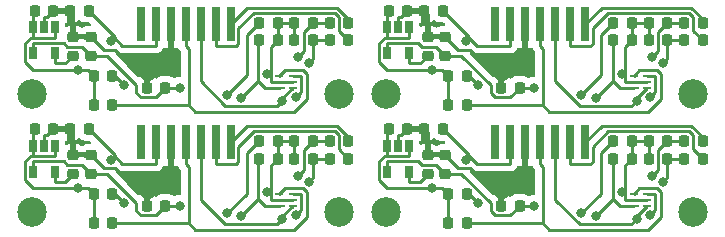
<source format=gbl>
%TF.GenerationSoftware,KiCad,Pcbnew,(6.0.1)*%
%TF.CreationDate,2022-12-02T00:54:43+09:00*%
%TF.ProjectId,VL6180ToF,564c3631-3830-4546-9f46-2e6b69636164,rev?*%
%TF.SameCoordinates,Original*%
%TF.FileFunction,Copper,L2,Bot*%
%TF.FilePolarity,Positive*%
%FSLAX46Y46*%
G04 Gerber Fmt 4.6, Leading zero omitted, Abs format (unit mm)*
G04 Created by KiCad (PCBNEW (6.0.1)) date 2022-12-02 00:54:43*
%MOMM*%
%LPD*%
G01*
G04 APERTURE LIST*
G04 Aperture macros list*
%AMRoundRect*
0 Rectangle with rounded corners*
0 $1 Rounding radius*
0 $2 $3 $4 $5 $6 $7 $8 $9 X,Y pos of 4 corners*
0 Add a 4 corners polygon primitive as box body*
4,1,4,$2,$3,$4,$5,$6,$7,$8,$9,$2,$3,0*
0 Add four circle primitives for the rounded corners*
1,1,$1+$1,$2,$3*
1,1,$1+$1,$4,$5*
1,1,$1+$1,$6,$7*
1,1,$1+$1,$8,$9*
0 Add four rect primitives between the rounded corners*
20,1,$1+$1,$2,$3,$4,$5,0*
20,1,$1+$1,$4,$5,$6,$7,0*
20,1,$1+$1,$6,$7,$8,$9,0*
20,1,$1+$1,$8,$9,$2,$3,0*%
G04 Aperture macros list end*
%TA.AperFunction,SMDPad,CuDef*%
%ADD10RoundRect,0.218750X-0.218750X-0.256250X0.218750X-0.256250X0.218750X0.256250X-0.218750X0.256250X0*%
%TD*%
%TA.AperFunction,SMDPad,CuDef*%
%ADD11RoundRect,0.218750X0.218750X0.256250X-0.218750X0.256250X-0.218750X-0.256250X0.218750X-0.256250X0*%
%TD*%
%TA.AperFunction,SMDPad,CuDef*%
%ADD12RoundRect,0.218750X0.256250X-0.218750X0.256250X0.218750X-0.256250X0.218750X-0.256250X-0.218750X0*%
%TD*%
%TA.AperFunction,SMDPad,CuDef*%
%ADD13R,0.850000X0.280000*%
%TD*%
%TA.AperFunction,SMDPad,CuDef*%
%ADD14R,0.750000X0.280000*%
%TD*%
%TA.AperFunction,SMDPad,CuDef*%
%ADD15R,0.650000X1.060000*%
%TD*%
%TA.AperFunction,SMDPad,CuDef*%
%ADD16R,0.650000X3.000000*%
%TD*%
%TA.AperFunction,ViaPad*%
%ADD17C,2.500000*%
%TD*%
%TA.AperFunction,ViaPad*%
%ADD18C,0.800000*%
%TD*%
%TA.AperFunction,Conductor*%
%ADD19C,0.250000*%
%TD*%
G04 APERTURE END LIST*
D10*
%TO.P,C1,1*%
%TO.N,VCC*%
X117212500Y-101000000D03*
%TO.P,C1,2*%
%TO.N,GND*%
X118787500Y-101000000D03*
%TD*%
D11*
%TO.P,C2,1*%
%TO.N,VCC*%
X121787500Y-101000000D03*
%TO.P,C2,2*%
%TO.N,GND*%
X120212500Y-101000000D03*
%TD*%
D12*
%TO.P,C3,1*%
%TO.N,Net-(C3-Pad1)*%
X120500000Y-104787500D03*
%TO.P,C3,2*%
%TO.N,GND*%
X120500000Y-103212500D03*
%TD*%
%TO.P,C4,1*%
%TO.N,VDD*%
X122000000Y-104787500D03*
%TO.P,C4,2*%
%TO.N,GND*%
X122000000Y-103212500D03*
%TD*%
D11*
%TO.P,C5,1*%
%TO.N,VDD*%
X128287500Y-107500000D03*
%TO.P,C5,2*%
%TO.N,GND*%
X126712500Y-107500000D03*
%TD*%
D13*
%TO.P,Q1,1,S*%
%TO.N,Net-(Q1-Pad1)*%
X137975000Y-107500000D03*
D14*
%TO.P,Q1,2,G*%
%TO.N,VDD*%
X137925000Y-107000000D03*
%TO.P,Q1,3,D*%
%TO.N,Net-(J1-Pad4)*%
X137925000Y-106500000D03*
%TO.P,Q1,4,S*%
%TO.N,Net-(Q1-Pad4)*%
X139075000Y-106500000D03*
%TO.P,Q1,5,G*%
%TO.N,VDD*%
X139075000Y-107000000D03*
%TO.P,Q1,6,D*%
%TO.N,Net-(J1-Pad5)*%
X139075000Y-107500000D03*
%TD*%
D10*
%TO.P,R1,1*%
%TO.N,VCC*%
X122212500Y-106500000D03*
%TO.P,R1,2*%
%TO.N,Net-(J1-Pad5)*%
X123787500Y-106500000D03*
%TD*%
%TO.P,R2,1*%
%TO.N,VCC*%
X122212500Y-109000000D03*
%TO.P,R2,2*%
%TO.N,Net-(J1-Pad4)*%
X123787500Y-109000000D03*
%TD*%
D11*
%TO.P,R3,1*%
%TO.N,VDD*%
X137787500Y-103500000D03*
%TO.P,R3,2*%
%TO.N,Net-(Q1-Pad1)*%
X136212500Y-103500000D03*
%TD*%
%TO.P,R4,1*%
%TO.N,VDD*%
X137787500Y-102000000D03*
%TO.P,R4,2*%
%TO.N,Net-(Q1-Pad4)*%
X136212500Y-102000000D03*
%TD*%
D10*
%TO.P,R5,1*%
%TO.N,VDD*%
X139212500Y-103500000D03*
%TO.P,R5,2*%
%TO.N,Net-(R5-Pad2)*%
X140787500Y-103500000D03*
%TD*%
%TO.P,R6,1*%
%TO.N,VDD*%
X139212500Y-102000000D03*
%TO.P,R6,2*%
%TO.N,Net-(R6-Pad2)*%
X140787500Y-102000000D03*
%TD*%
%TO.P,R7,1*%
%TO.N,Net-(R5-Pad2)*%
X142212500Y-103500000D03*
%TO.P,R7,2*%
%TO.N,Net-(J1-Pad6)*%
X143787500Y-103500000D03*
%TD*%
%TO.P,R8,1*%
%TO.N,Net-(R6-Pad2)*%
X142212500Y-102000000D03*
%TO.P,R8,2*%
%TO.N,Net-(J1-Pad7)*%
X143787500Y-102000000D03*
%TD*%
D15*
%TO.P,U1,1,IN*%
%TO.N,VCC*%
X117050000Y-102400000D03*
%TO.P,U1,2,GND*%
%TO.N,GND*%
X118000000Y-102400000D03*
%TO.P,U1,3,EN*%
%TO.N,VCC*%
X118950000Y-102400000D03*
%TO.P,U1,4,NR*%
%TO.N,Net-(C3-Pad1)*%
X118950000Y-104600000D03*
%TO.P,U1,5,OUT*%
%TO.N,VDD*%
X117050000Y-104600000D03*
%TD*%
D11*
%TO.P,R3,1*%
%TO.N,VDD*%
X167787500Y-113500000D03*
%TO.P,R3,2*%
%TO.N,Net-(Q1-Pad1)*%
X166212500Y-113500000D03*
%TD*%
%TO.P,R3,1*%
%TO.N,VDD*%
X137787500Y-113500000D03*
%TO.P,R3,2*%
%TO.N,Net-(Q1-Pad1)*%
X136212500Y-113500000D03*
%TD*%
D13*
%TO.P,Q1,1,S*%
%TO.N,Net-(Q1-Pad1)*%
X167975000Y-107500000D03*
D14*
%TO.P,Q1,2,G*%
%TO.N,VDD*%
X167925000Y-107000000D03*
%TO.P,Q1,3,D*%
%TO.N,Net-(J1-Pad4)*%
X167925000Y-106500000D03*
%TO.P,Q1,4,S*%
%TO.N,Net-(Q1-Pad4)*%
X169075000Y-106500000D03*
%TO.P,Q1,5,G*%
%TO.N,VDD*%
X169075000Y-107000000D03*
%TO.P,Q1,6,D*%
%TO.N,Net-(J1-Pad5)*%
X169075000Y-107500000D03*
%TD*%
D12*
%TO.P,C3,1*%
%TO.N,Net-(C3-Pad1)*%
X120500000Y-114787500D03*
%TO.P,C3,2*%
%TO.N,GND*%
X120500000Y-113212500D03*
%TD*%
D11*
%TO.P,C2,1*%
%TO.N,VCC*%
X151787500Y-101000000D03*
%TO.P,C2,2*%
%TO.N,GND*%
X150212500Y-101000000D03*
%TD*%
D10*
%TO.P,C1,1*%
%TO.N,VCC*%
X147212500Y-111000000D03*
%TO.P,C1,2*%
%TO.N,GND*%
X148787500Y-111000000D03*
%TD*%
%TO.P,R7,1*%
%TO.N,Net-(R5-Pad2)*%
X172212500Y-103500000D03*
%TO.P,R7,2*%
%TO.N,Net-(J1-Pad6)*%
X173787500Y-103500000D03*
%TD*%
%TO.P,R2,1*%
%TO.N,VCC*%
X152212500Y-109000000D03*
%TO.P,R2,2*%
%TO.N,Net-(J1-Pad4)*%
X153787500Y-109000000D03*
%TD*%
D11*
%TO.P,R4,1*%
%TO.N,VDD*%
X167787500Y-112000000D03*
%TO.P,R4,2*%
%TO.N,Net-(Q1-Pad4)*%
X166212500Y-112000000D03*
%TD*%
D10*
%TO.P,R6,1*%
%TO.N,VDD*%
X169212500Y-102000000D03*
%TO.P,R6,2*%
%TO.N,Net-(R6-Pad2)*%
X170787500Y-102000000D03*
%TD*%
%TO.P,R2,1*%
%TO.N,VCC*%
X122212500Y-119000000D03*
%TO.P,R2,2*%
%TO.N,Net-(J1-Pad4)*%
X123787500Y-119000000D03*
%TD*%
D11*
%TO.P,C2,1*%
%TO.N,VCC*%
X121787500Y-111000000D03*
%TO.P,C2,2*%
%TO.N,GND*%
X120212500Y-111000000D03*
%TD*%
D16*
%TO.P,J1,1,Pin_1*%
%TO.N,unconnected-(J1-Pad1)*%
X156190000Y-102137500D03*
%TO.P,J1,2,Pin_2*%
%TO.N,VCC*%
X157460000Y-102137500D03*
%TO.P,J1,3,Pin_3*%
%TO.N,GND*%
X158730000Y-102137500D03*
%TO.P,J1,4,Pin_4*%
%TO.N,Net-(J1-Pad4)*%
X160000000Y-102137500D03*
%TO.P,J1,5,Pin_5*%
%TO.N,Net-(J1-Pad5)*%
X161270000Y-102137500D03*
%TO.P,J1,6,Pin_6*%
%TO.N,Net-(J1-Pad6)*%
X162540000Y-102137500D03*
%TO.P,J1,7,Pin_7*%
%TO.N,Net-(J1-Pad7)*%
X163810000Y-102137500D03*
%TD*%
D10*
%TO.P,R8,1*%
%TO.N,Net-(R6-Pad2)*%
X172212500Y-112000000D03*
%TO.P,R8,2*%
%TO.N,Net-(J1-Pad7)*%
X173787500Y-112000000D03*
%TD*%
%TO.P,R7,1*%
%TO.N,Net-(R5-Pad2)*%
X172212500Y-113500000D03*
%TO.P,R7,2*%
%TO.N,Net-(J1-Pad6)*%
X173787500Y-113500000D03*
%TD*%
D12*
%TO.P,C4,1*%
%TO.N,VDD*%
X122000000Y-114787500D03*
%TO.P,C4,2*%
%TO.N,GND*%
X122000000Y-113212500D03*
%TD*%
D11*
%TO.P,C5,1*%
%TO.N,VDD*%
X128287500Y-117500000D03*
%TO.P,C5,2*%
%TO.N,GND*%
X126712500Y-117500000D03*
%TD*%
D10*
%TO.P,R8,1*%
%TO.N,Net-(R6-Pad2)*%
X142212500Y-112000000D03*
%TO.P,R8,2*%
%TO.N,Net-(J1-Pad7)*%
X143787500Y-112000000D03*
%TD*%
D16*
%TO.P,J1,1,Pin_1*%
%TO.N,unconnected-(J1-Pad1)*%
X156190000Y-112137500D03*
%TO.P,J1,2,Pin_2*%
%TO.N,VCC*%
X157460000Y-112137500D03*
%TO.P,J1,3,Pin_3*%
%TO.N,GND*%
X158730000Y-112137500D03*
%TO.P,J1,4,Pin_4*%
%TO.N,Net-(J1-Pad4)*%
X160000000Y-112137500D03*
%TO.P,J1,5,Pin_5*%
%TO.N,Net-(J1-Pad5)*%
X161270000Y-112137500D03*
%TO.P,J1,6,Pin_6*%
%TO.N,Net-(J1-Pad6)*%
X162540000Y-112137500D03*
%TO.P,J1,7,Pin_7*%
%TO.N,Net-(J1-Pad7)*%
X163810000Y-112137500D03*
%TD*%
D15*
%TO.P,U1,1,IN*%
%TO.N,VCC*%
X117050000Y-112400000D03*
%TO.P,U1,2,GND*%
%TO.N,GND*%
X118000000Y-112400000D03*
%TO.P,U1,3,EN*%
%TO.N,VCC*%
X118950000Y-112400000D03*
%TO.P,U1,4,NR*%
%TO.N,Net-(C3-Pad1)*%
X118950000Y-114600000D03*
%TO.P,U1,5,OUT*%
%TO.N,VDD*%
X117050000Y-114600000D03*
%TD*%
D16*
%TO.P,J1,1,Pin_1*%
%TO.N,unconnected-(J1-Pad1)*%
X126190000Y-102137500D03*
%TO.P,J1,2,Pin_2*%
%TO.N,VCC*%
X127460000Y-102137500D03*
%TO.P,J1,3,Pin_3*%
%TO.N,GND*%
X128730000Y-102137500D03*
%TO.P,J1,4,Pin_4*%
%TO.N,Net-(J1-Pad4)*%
X130000000Y-102137500D03*
%TO.P,J1,5,Pin_5*%
%TO.N,Net-(J1-Pad5)*%
X131270000Y-102137500D03*
%TO.P,J1,6,Pin_6*%
%TO.N,Net-(J1-Pad6)*%
X132540000Y-102137500D03*
%TO.P,J1,7,Pin_7*%
%TO.N,Net-(J1-Pad7)*%
X133810000Y-102137500D03*
%TD*%
D13*
%TO.P,Q1,1,S*%
%TO.N,Net-(Q1-Pad1)*%
X137975000Y-117500000D03*
D14*
%TO.P,Q1,2,G*%
%TO.N,VDD*%
X137925000Y-117000000D03*
%TO.P,Q1,3,D*%
%TO.N,Net-(J1-Pad4)*%
X137925000Y-116500000D03*
%TO.P,Q1,4,S*%
%TO.N,Net-(Q1-Pad4)*%
X139075000Y-116500000D03*
%TO.P,Q1,5,G*%
%TO.N,VDD*%
X139075000Y-117000000D03*
%TO.P,Q1,6,D*%
%TO.N,Net-(J1-Pad5)*%
X139075000Y-117500000D03*
%TD*%
D12*
%TO.P,C3,1*%
%TO.N,Net-(C3-Pad1)*%
X150500000Y-114787500D03*
%TO.P,C3,2*%
%TO.N,GND*%
X150500000Y-113212500D03*
%TD*%
D10*
%TO.P,R7,1*%
%TO.N,Net-(R5-Pad2)*%
X142212500Y-113500000D03*
%TO.P,R7,2*%
%TO.N,Net-(J1-Pad6)*%
X143787500Y-113500000D03*
%TD*%
%TO.P,R5,1*%
%TO.N,VDD*%
X169212500Y-103500000D03*
%TO.P,R5,2*%
%TO.N,Net-(R5-Pad2)*%
X170787500Y-103500000D03*
%TD*%
D11*
%TO.P,C5,1*%
%TO.N,VDD*%
X158287500Y-117500000D03*
%TO.P,C5,2*%
%TO.N,GND*%
X156712500Y-117500000D03*
%TD*%
D10*
%TO.P,R1,1*%
%TO.N,VCC*%
X152212500Y-106500000D03*
%TO.P,R1,2*%
%TO.N,Net-(J1-Pad5)*%
X153787500Y-106500000D03*
%TD*%
D12*
%TO.P,C3,1*%
%TO.N,Net-(C3-Pad1)*%
X150500000Y-104787500D03*
%TO.P,C3,2*%
%TO.N,GND*%
X150500000Y-103212500D03*
%TD*%
D10*
%TO.P,R1,1*%
%TO.N,VCC*%
X122212500Y-116500000D03*
%TO.P,R1,2*%
%TO.N,Net-(J1-Pad5)*%
X123787500Y-116500000D03*
%TD*%
%TO.P,R1,1*%
%TO.N,VCC*%
X152212500Y-116500000D03*
%TO.P,R1,2*%
%TO.N,Net-(J1-Pad5)*%
X153787500Y-116500000D03*
%TD*%
D11*
%TO.P,C5,1*%
%TO.N,VDD*%
X158287500Y-107500000D03*
%TO.P,C5,2*%
%TO.N,GND*%
X156712500Y-107500000D03*
%TD*%
D10*
%TO.P,R5,1*%
%TO.N,VDD*%
X139212500Y-113500000D03*
%TO.P,R5,2*%
%TO.N,Net-(R5-Pad2)*%
X140787500Y-113500000D03*
%TD*%
%TO.P,R5,1*%
%TO.N,VDD*%
X169212500Y-113500000D03*
%TO.P,R5,2*%
%TO.N,Net-(R5-Pad2)*%
X170787500Y-113500000D03*
%TD*%
D11*
%TO.P,R4,1*%
%TO.N,VDD*%
X137787500Y-112000000D03*
%TO.P,R4,2*%
%TO.N,Net-(Q1-Pad4)*%
X136212500Y-112000000D03*
%TD*%
D10*
%TO.P,R6,1*%
%TO.N,VDD*%
X139212500Y-112000000D03*
%TO.P,R6,2*%
%TO.N,Net-(R6-Pad2)*%
X140787500Y-112000000D03*
%TD*%
%TO.P,C1,1*%
%TO.N,VCC*%
X117212500Y-111000000D03*
%TO.P,C1,2*%
%TO.N,GND*%
X118787500Y-111000000D03*
%TD*%
%TO.P,C1,1*%
%TO.N,VCC*%
X147212500Y-101000000D03*
%TO.P,C1,2*%
%TO.N,GND*%
X148787500Y-101000000D03*
%TD*%
%TO.P,R2,1*%
%TO.N,VCC*%
X152212500Y-119000000D03*
%TO.P,R2,2*%
%TO.N,Net-(J1-Pad4)*%
X153787500Y-119000000D03*
%TD*%
D12*
%TO.P,C4,1*%
%TO.N,VDD*%
X152000000Y-114787500D03*
%TO.P,C4,2*%
%TO.N,GND*%
X152000000Y-113212500D03*
%TD*%
D11*
%TO.P,C2,1*%
%TO.N,VCC*%
X151787500Y-111000000D03*
%TO.P,C2,2*%
%TO.N,GND*%
X150212500Y-111000000D03*
%TD*%
D15*
%TO.P,U1,1,IN*%
%TO.N,VCC*%
X147050000Y-112400000D03*
%TO.P,U1,2,GND*%
%TO.N,GND*%
X148000000Y-112400000D03*
%TO.P,U1,3,EN*%
%TO.N,VCC*%
X148950000Y-112400000D03*
%TO.P,U1,4,NR*%
%TO.N,Net-(C3-Pad1)*%
X148950000Y-114600000D03*
%TO.P,U1,5,OUT*%
%TO.N,VDD*%
X147050000Y-114600000D03*
%TD*%
D10*
%TO.P,R6,1*%
%TO.N,VDD*%
X169212500Y-112000000D03*
%TO.P,R6,2*%
%TO.N,Net-(R6-Pad2)*%
X170787500Y-112000000D03*
%TD*%
D13*
%TO.P,Q1,1,S*%
%TO.N,Net-(Q1-Pad1)*%
X167975000Y-117500000D03*
D14*
%TO.P,Q1,2,G*%
%TO.N,VDD*%
X167925000Y-117000000D03*
%TO.P,Q1,3,D*%
%TO.N,Net-(J1-Pad4)*%
X167925000Y-116500000D03*
%TO.P,Q1,4,S*%
%TO.N,Net-(Q1-Pad4)*%
X169075000Y-116500000D03*
%TO.P,Q1,5,G*%
%TO.N,VDD*%
X169075000Y-117000000D03*
%TO.P,Q1,6,D*%
%TO.N,Net-(J1-Pad5)*%
X169075000Y-117500000D03*
%TD*%
D11*
%TO.P,R3,1*%
%TO.N,VDD*%
X167787500Y-103500000D03*
%TO.P,R3,2*%
%TO.N,Net-(Q1-Pad1)*%
X166212500Y-103500000D03*
%TD*%
D15*
%TO.P,U1,1,IN*%
%TO.N,VCC*%
X147050000Y-102400000D03*
%TO.P,U1,2,GND*%
%TO.N,GND*%
X148000000Y-102400000D03*
%TO.P,U1,3,EN*%
%TO.N,VCC*%
X148950000Y-102400000D03*
%TO.P,U1,4,NR*%
%TO.N,Net-(C3-Pad1)*%
X148950000Y-104600000D03*
%TO.P,U1,5,OUT*%
%TO.N,VDD*%
X147050000Y-104600000D03*
%TD*%
D11*
%TO.P,R4,1*%
%TO.N,VDD*%
X167787500Y-102000000D03*
%TO.P,R4,2*%
%TO.N,Net-(Q1-Pad4)*%
X166212500Y-102000000D03*
%TD*%
D10*
%TO.P,R8,1*%
%TO.N,Net-(R6-Pad2)*%
X172212500Y-102000000D03*
%TO.P,R8,2*%
%TO.N,Net-(J1-Pad7)*%
X173787500Y-102000000D03*
%TD*%
D12*
%TO.P,C4,1*%
%TO.N,VDD*%
X152000000Y-104787500D03*
%TO.P,C4,2*%
%TO.N,GND*%
X152000000Y-103212500D03*
%TD*%
D16*
%TO.P,J1,1,Pin_1*%
%TO.N,unconnected-(J1-Pad1)*%
X126190000Y-112137500D03*
%TO.P,J1,2,Pin_2*%
%TO.N,VCC*%
X127460000Y-112137500D03*
%TO.P,J1,3,Pin_3*%
%TO.N,GND*%
X128730000Y-112137500D03*
%TO.P,J1,4,Pin_4*%
%TO.N,Net-(J1-Pad4)*%
X130000000Y-112137500D03*
%TO.P,J1,5,Pin_5*%
%TO.N,Net-(J1-Pad5)*%
X131270000Y-112137500D03*
%TO.P,J1,6,Pin_6*%
%TO.N,Net-(J1-Pad6)*%
X132540000Y-112137500D03*
%TO.P,J1,7,Pin_7*%
%TO.N,Net-(J1-Pad7)*%
X133810000Y-112137500D03*
%TD*%
D17*
%TO.N,*%
X117000000Y-108000000D03*
X147000000Y-118000000D03*
X147000000Y-108000000D03*
X143000000Y-108000000D03*
X173000000Y-118000000D03*
X117000000Y-118000000D03*
X173000000Y-108000000D03*
X143000000Y-118000000D03*
D18*
%TO.N,GND*%
X157000000Y-116500000D03*
X127000000Y-106500000D03*
X157000000Y-106500000D03*
X127000000Y-116500000D03*
%TO.N,VCC*%
X153723500Y-113587000D03*
X123723500Y-103587000D03*
X120900900Y-115998100D03*
X153723500Y-103587000D03*
X150900900Y-115998100D03*
X123723500Y-113587000D03*
X120900900Y-105998100D03*
X150900900Y-105998100D03*
%TO.N,VDD*%
X129500000Y-107500000D03*
X136919900Y-106325200D03*
X159500000Y-117500000D03*
X129500000Y-117500000D03*
X136919900Y-116325200D03*
X159500000Y-107500000D03*
X166919900Y-106325200D03*
X166919900Y-116325200D03*
%TO.N,Net-(J1-Pad5)*%
X138188400Y-118612900D03*
X154743500Y-117248200D03*
X124743500Y-117248200D03*
X154743500Y-107248200D03*
X124743500Y-107248200D03*
X168188400Y-118612900D03*
X168188400Y-108612900D03*
X138188400Y-108612900D03*
%TO.N,Net-(Q1-Pad4)*%
X133504900Y-118129600D03*
X139337900Y-118277800D03*
X139337900Y-108277800D03*
X169337900Y-118277800D03*
X163504900Y-108129600D03*
X169337900Y-108277800D03*
X163504900Y-118129600D03*
X133504900Y-108129600D03*
%TO.N,Net-(Q1-Pad1)*%
X134733200Y-108342000D03*
X134733200Y-118342000D03*
X164733200Y-108342000D03*
X164733200Y-118342000D03*
%TO.N,Net-(R5-Pad2)*%
X170417400Y-115453200D03*
X140417400Y-115453200D03*
X170417400Y-105453200D03*
X140417400Y-105453200D03*
%TO.N,Net-(R6-Pad2)*%
X139498200Y-104941100D03*
X169498200Y-104941100D03*
X139498200Y-114941100D03*
X169498200Y-114941100D03*
%TD*%
D19*
%TO.N,GND*%
X122000000Y-103212500D02*
X123099800Y-104312300D01*
X122000000Y-113212500D02*
X123099800Y-114312300D01*
X156712000Y-107233000D02*
X156712000Y-106966000D01*
X148242800Y-111544700D02*
X148787500Y-111000000D01*
X118000000Y-112400000D02*
X118000000Y-111544700D01*
X120500000Y-113212500D02*
X120500000Y-111287500D01*
X127000000Y-116500000D02*
X128730000Y-114770000D01*
X148000000Y-111544700D02*
X148242800Y-111544700D01*
X156712500Y-117233500D02*
X156712500Y-117500000D01*
X118242800Y-111544700D02*
X118787500Y-111000000D01*
X118787500Y-101000000D02*
X120212500Y-101000000D01*
X126712000Y-107233000D02*
X126712000Y-106966000D01*
X126712000Y-116966000D02*
X126712000Y-116788000D01*
X120500000Y-103212500D02*
X120500000Y-101287500D01*
X126712000Y-117233000D02*
X126712000Y-116966000D01*
X148787500Y-101000000D02*
X150212500Y-101000000D01*
X154058300Y-104312300D02*
X156712000Y-106966000D01*
X156712000Y-106788000D02*
X157000000Y-106500000D01*
X158730000Y-114770000D02*
X158730000Y-112137500D01*
X118787500Y-111000000D02*
X120212500Y-111000000D01*
X150500000Y-111287500D02*
X150212500Y-111000000D01*
X122000000Y-103212500D02*
X120500000Y-103212500D01*
X126712000Y-116788000D02*
X127000000Y-116500000D01*
X156712000Y-116788000D02*
X157000000Y-116500000D01*
X118000000Y-102400000D02*
X118000000Y-101544700D01*
X150500000Y-113212500D02*
X150500000Y-111287500D01*
X124058300Y-114312300D02*
X126712000Y-116966000D01*
X126712000Y-106966000D02*
X126712000Y-106788000D01*
X127000000Y-106500000D02*
X128730000Y-104770000D01*
X126712000Y-117500000D02*
X126712000Y-117233000D01*
X118242800Y-101544700D02*
X118787500Y-101000000D01*
X154058300Y-114312300D02*
X156712000Y-116966000D01*
X120500000Y-101287500D02*
X120212500Y-101000000D01*
X126712000Y-107233000D02*
X126712500Y-107233500D01*
X118000000Y-111544700D02*
X118242800Y-111544700D01*
X150500000Y-101287500D02*
X150212500Y-101000000D01*
X126712000Y-106788000D02*
X127000000Y-106500000D01*
X152000000Y-103212500D02*
X150500000Y-103212500D01*
X148000000Y-102400000D02*
X148000000Y-101544700D01*
X118000000Y-101544700D02*
X118242800Y-101544700D01*
X156712000Y-107233000D02*
X156712500Y-107233500D01*
X156712000Y-117233000D02*
X156712500Y-117233500D01*
X156712000Y-117233000D02*
X156712000Y-116966000D01*
X153099800Y-104312300D02*
X154058300Y-104312300D01*
X156712500Y-107233500D02*
X156712500Y-107500000D01*
X148000000Y-112400000D02*
X148000000Y-111544700D01*
X128730000Y-104770000D02*
X128730000Y-102137500D01*
X152000000Y-103212500D02*
X153099800Y-104312300D01*
X126712000Y-117233000D02*
X126712500Y-117233500D01*
X148000000Y-101544700D02*
X148242800Y-101544700D01*
X148242800Y-101544700D02*
X148787500Y-101000000D01*
X152000000Y-113212500D02*
X150500000Y-113212500D01*
X126712500Y-117233500D02*
X126712500Y-117500000D01*
X157000000Y-116500000D02*
X158730000Y-114770000D01*
X122000000Y-113212500D02*
X120500000Y-113212500D01*
X152000000Y-113212500D02*
X153099800Y-114312300D01*
X126712000Y-107500000D02*
X126712000Y-107233000D01*
X123099800Y-104312300D02*
X124058300Y-104312300D01*
X156712000Y-117500000D02*
X156712000Y-117233000D01*
X157000000Y-106500000D02*
X158730000Y-104770000D01*
X124058300Y-104312300D02*
X126712000Y-106966000D01*
X128730000Y-114770000D02*
X128730000Y-112137500D01*
X148787500Y-111000000D02*
X150212500Y-111000000D01*
X153099800Y-114312300D02*
X154058300Y-114312300D01*
X156712000Y-107500000D02*
X156712000Y-107233000D01*
X150500000Y-103212500D02*
X150500000Y-101287500D01*
X120500000Y-111287500D02*
X120212500Y-111000000D01*
X123099800Y-114312300D02*
X124058300Y-114312300D01*
X158730000Y-104770000D02*
X158730000Y-102137500D01*
X156712000Y-116966000D02*
X156712000Y-116788000D01*
X126712500Y-107233500D02*
X126712500Y-107500000D01*
X156712000Y-106966000D02*
X156712000Y-106788000D01*
%TO.N,VCC*%
X117050000Y-112400000D02*
X117050000Y-113255300D01*
X154639100Y-103962800D02*
X153993400Y-103317100D01*
X152212500Y-116500000D02*
X151710600Y-115998100D01*
X153993400Y-103317100D02*
X153723500Y-103587000D01*
X153993400Y-113205900D02*
X153993400Y-113317100D01*
X117050000Y-112400000D02*
X117050000Y-111162500D01*
X127460000Y-113962800D02*
X124639100Y-113962800D01*
X147050000Y-112400000D02*
X147050000Y-111162500D01*
X153993400Y-103205900D02*
X153993400Y-103317100D01*
X118950000Y-103255300D02*
X117050000Y-103255300D01*
X151787500Y-111000000D02*
X153993400Y-113205900D01*
X121710600Y-115998100D02*
X120900900Y-115998100D01*
X117088700Y-105998100D02*
X116399700Y-105309100D01*
X123993400Y-113205900D02*
X123993400Y-113317100D01*
X122212500Y-109000000D02*
X122212500Y-106500000D01*
X150900900Y-105998100D02*
X147088700Y-105998100D01*
X124639100Y-113962800D02*
X123993400Y-113317100D01*
X146887300Y-113255300D02*
X147050000Y-113255300D01*
X124639100Y-103962800D02*
X123993400Y-103317100D01*
X117088700Y-115998100D02*
X116399700Y-115309100D01*
X116399700Y-105309100D02*
X116399700Y-103742900D01*
X148950000Y-113255300D02*
X147050000Y-113255300D01*
X147050000Y-111162500D02*
X147212500Y-111000000D01*
X147088700Y-105998100D02*
X146399700Y-105309100D01*
X127460000Y-102137500D02*
X127460000Y-103962800D01*
X152212500Y-119000000D02*
X152212500Y-116500000D01*
X157460000Y-112137500D02*
X157460000Y-113962800D01*
X148950000Y-103255300D02*
X147050000Y-103255300D01*
X148950000Y-112400000D02*
X148950000Y-113255300D01*
X127460000Y-103962800D02*
X124639100Y-103962800D01*
X123993400Y-113317100D02*
X123723500Y-113587000D01*
X123993400Y-103205900D02*
X123993400Y-103317100D01*
X157460000Y-103962800D02*
X154639100Y-103962800D01*
X118950000Y-102400000D02*
X118950000Y-103255300D01*
X147050000Y-101162500D02*
X147212500Y-101000000D01*
X116887300Y-103255300D02*
X117050000Y-103255300D01*
X117050000Y-102400000D02*
X117050000Y-101162500D01*
X150900900Y-115998100D02*
X147088700Y-115998100D01*
X148950000Y-102400000D02*
X148950000Y-103255300D01*
X116887300Y-113255300D02*
X117050000Y-113255300D01*
X122212500Y-116500000D02*
X121710600Y-115998100D01*
X146399700Y-103742900D02*
X146887300Y-103255300D01*
X152212500Y-109000000D02*
X152212500Y-106500000D01*
X157460000Y-113962800D02*
X154639100Y-113962800D01*
X127460000Y-112137500D02*
X127460000Y-113962800D01*
X122212500Y-106500000D02*
X121710600Y-105998100D01*
X146399700Y-115309100D02*
X146399700Y-113742900D01*
X146887300Y-103255300D02*
X147050000Y-103255300D01*
X152212500Y-106500000D02*
X151710600Y-105998100D01*
X147050000Y-102400000D02*
X147050000Y-103255300D01*
X157460000Y-102137500D02*
X157460000Y-103962800D01*
X123993400Y-103317100D02*
X123723500Y-103587000D01*
X117050000Y-101162500D02*
X117212500Y-101000000D01*
X116399700Y-113742900D02*
X116887300Y-113255300D01*
X154639100Y-113962800D02*
X153993400Y-113317100D01*
X147050000Y-102400000D02*
X147050000Y-101162500D01*
X118950000Y-113255300D02*
X117050000Y-113255300D01*
X118950000Y-112400000D02*
X118950000Y-113255300D01*
X153993400Y-113317100D02*
X153723500Y-113587000D01*
X117050000Y-111162500D02*
X117212500Y-111000000D01*
X151710600Y-115998100D02*
X150900900Y-115998100D01*
X147050000Y-112400000D02*
X147050000Y-113255300D01*
X146399700Y-105309100D02*
X146399700Y-103742900D01*
X117050000Y-102400000D02*
X117050000Y-103255300D01*
X121787500Y-101000000D02*
X123993400Y-103205900D01*
X151710600Y-105998100D02*
X150900900Y-105998100D01*
X121787500Y-111000000D02*
X123993400Y-113205900D01*
X120900900Y-115998100D02*
X117088700Y-115998100D01*
X116399700Y-115309100D02*
X116399700Y-113742900D01*
X151787500Y-101000000D02*
X153993400Y-103205900D01*
X122212500Y-119000000D02*
X122212500Y-116500000D01*
X121710600Y-105998100D02*
X120900900Y-105998100D01*
X120900900Y-105998100D02*
X117088700Y-105998100D01*
X116399700Y-103742900D02*
X116887300Y-103255300D01*
X146399700Y-113742900D02*
X146887300Y-113255300D01*
X147088700Y-115998100D02*
X146399700Y-115309100D01*
%TO.N,Net-(C3-Pad1)*%
X118950000Y-104600000D02*
X118950000Y-105455300D01*
X149832200Y-105455300D02*
X150500000Y-104787500D01*
X118950000Y-115455300D02*
X119832200Y-115455300D01*
X148950000Y-114600000D02*
X148950000Y-115455300D01*
X118950000Y-105455300D02*
X119832200Y-105455300D01*
X149832200Y-115455300D02*
X150500000Y-114787500D01*
X118950000Y-114600000D02*
X118950000Y-115455300D01*
X119832200Y-115455300D02*
X120500000Y-114787500D01*
X119832200Y-105455300D02*
X120500000Y-104787500D01*
X148950000Y-115455300D02*
X149832200Y-115455300D01*
X148950000Y-104600000D02*
X148950000Y-105455300D01*
X148950000Y-105455300D02*
X149832200Y-105455300D01*
%TO.N,VDD*%
X155819000Y-117282100D02*
X153324400Y-114787500D01*
X126210100Y-108306700D02*
X125819000Y-107915600D01*
X167787500Y-102000000D02*
X167787500Y-103500000D01*
X167925000Y-107000000D02*
X169075000Y-107000000D01*
X167787500Y-112000000D02*
X167787500Y-113500000D01*
X151236300Y-104023800D02*
X149978000Y-104023800D01*
X137224600Y-114062900D02*
X137224600Y-116325200D01*
X156210100Y-118306700D02*
X155819000Y-117915600D01*
X139212500Y-112000000D02*
X137787500Y-112000000D01*
X155819000Y-117915600D02*
X155819000Y-117282100D01*
X137925000Y-117000000D02*
X137224700Y-117000000D01*
X157480800Y-108306700D02*
X156210100Y-108306700D01*
X167925000Y-117000000D02*
X167224700Y-117000000D01*
X121236300Y-114023800D02*
X119978000Y-114023800D01*
X169212500Y-102000000D02*
X167787500Y-102000000D01*
X119978000Y-114023800D02*
X119698900Y-113744700D01*
X149698900Y-103744700D02*
X147050000Y-103744700D01*
X147050000Y-114600000D02*
X147050000Y-113744700D01*
X167787500Y-103500000D02*
X167224600Y-104062900D01*
X167925000Y-117000000D02*
X169075000Y-117000000D01*
X125819000Y-107915600D02*
X125819000Y-107282100D01*
X119698900Y-113744700D02*
X117050000Y-113744700D01*
X117050000Y-114600000D02*
X117050000Y-113744700D01*
X128288000Y-117500000D02*
X128287500Y-117500000D01*
X167224600Y-116325200D02*
X167224600Y-116999900D01*
X158288000Y-107500000D02*
X159500000Y-107500000D01*
X125819000Y-117915600D02*
X125819000Y-117282100D01*
X167224600Y-104062900D02*
X167224600Y-106325200D01*
X167224600Y-116325200D02*
X166919900Y-116325200D01*
X169212500Y-112000000D02*
X169212500Y-113500000D01*
X128288000Y-117500000D02*
X129500000Y-117500000D01*
X137224600Y-106325200D02*
X136919900Y-106325200D01*
X137925000Y-107000000D02*
X139075000Y-107000000D01*
X137787500Y-102000000D02*
X137787500Y-103500000D01*
X119978000Y-104023800D02*
X119698900Y-103744700D01*
X152000000Y-104787500D02*
X151236300Y-104023800D01*
X149978000Y-114023800D02*
X149698900Y-113744700D01*
X128288000Y-107500000D02*
X128287500Y-107500000D01*
X128288000Y-107500000D02*
X129500000Y-107500000D01*
X157480800Y-118306700D02*
X156210100Y-118306700D01*
X155819000Y-107915600D02*
X155819000Y-107282100D01*
X119698900Y-103744700D02*
X117050000Y-103744700D01*
X151236300Y-114023800D02*
X149978000Y-114023800D01*
X153324400Y-114787500D02*
X152000000Y-114787500D01*
X128287500Y-117500000D02*
X127480800Y-118306700D01*
X169212500Y-112000000D02*
X167787500Y-112000000D01*
X149978000Y-104023800D02*
X149698900Y-103744700D01*
X117050000Y-104600000D02*
X117050000Y-103744700D01*
X137224600Y-116325200D02*
X136919900Y-116325200D01*
X158288000Y-117500000D02*
X158287500Y-117500000D01*
X122000000Y-104787500D02*
X121236300Y-104023800D01*
X139212500Y-102000000D02*
X139212500Y-103500000D01*
X126210100Y-118306700D02*
X125819000Y-117915600D01*
X125819000Y-117282100D02*
X123324400Y-114787500D01*
X158287500Y-117500000D02*
X157480800Y-118306700D01*
X167925000Y-107000000D02*
X167224700Y-107000000D01*
X125819000Y-107282100D02*
X123324400Y-104787500D01*
X137224600Y-116325200D02*
X137224600Y-116999900D01*
X153324400Y-104787500D02*
X152000000Y-104787500D01*
X127480800Y-118306700D02*
X126210100Y-118306700D01*
X167224600Y-116999900D02*
X167224700Y-117000000D01*
X121236300Y-104023800D02*
X119978000Y-104023800D01*
X155819000Y-107282100D02*
X153324400Y-104787500D01*
X158288000Y-107500000D02*
X158287500Y-107500000D01*
X137787500Y-112000000D02*
X137787500Y-113500000D01*
X122000000Y-114787500D02*
X121236300Y-114023800D01*
X123324400Y-104787500D02*
X122000000Y-104787500D01*
X137925000Y-107000000D02*
X137224700Y-107000000D01*
X149698900Y-113744700D02*
X147050000Y-113744700D01*
X158287500Y-107500000D02*
X157480800Y-108306700D01*
X127480800Y-108306700D02*
X126210100Y-108306700D01*
X167787500Y-113500000D02*
X167224600Y-114062900D01*
X137224600Y-104062900D02*
X137224600Y-106325200D01*
X167224600Y-106325200D02*
X166919900Y-106325200D01*
X169212500Y-102000000D02*
X169212500Y-103500000D01*
X156210100Y-108306700D02*
X155819000Y-107915600D01*
X167224600Y-106999900D02*
X167224700Y-107000000D01*
X139212500Y-112000000D02*
X139212500Y-113500000D01*
X137224600Y-106999900D02*
X137224700Y-107000000D01*
X167224600Y-106325200D02*
X167224600Y-106999900D01*
X128287500Y-107500000D02*
X127480800Y-108306700D01*
X123324400Y-114787500D02*
X122000000Y-114787500D01*
X137787500Y-103500000D02*
X137224600Y-104062900D01*
X147050000Y-104600000D02*
X147050000Y-103744700D01*
X137787500Y-113500000D02*
X137224600Y-114062900D01*
X158288000Y-117500000D02*
X159500000Y-117500000D01*
X139212500Y-102000000D02*
X137787500Y-102000000D01*
X167224600Y-114062900D02*
X167224600Y-116325200D01*
X137224600Y-106325200D02*
X137224600Y-106999900D01*
X152000000Y-114787500D02*
X151236300Y-114023800D01*
X137925000Y-117000000D02*
X139075000Y-117000000D01*
X137224600Y-116999900D02*
X137224700Y-117000000D01*
%TO.N,Net-(J1-Pad7)*%
X142813600Y-110718600D02*
X135228900Y-110718600D01*
X142813600Y-100718600D02*
X135228900Y-100718600D01*
X172813600Y-100718600D02*
X165228900Y-100718600D01*
X143787500Y-101692500D02*
X142813600Y-100718600D01*
X173787500Y-111692500D02*
X172813600Y-110718600D01*
X143787500Y-102000000D02*
X143787500Y-101692500D01*
X143787500Y-111692500D02*
X142813600Y-110718600D01*
X173787500Y-102000000D02*
X173787500Y-101692500D01*
X173787500Y-112000000D02*
X173787500Y-111692500D01*
X143787500Y-112000000D02*
X143787500Y-111692500D01*
X173787500Y-101692500D02*
X172813600Y-100718600D01*
X172813600Y-110718600D02*
X165228900Y-110718600D01*
X165228900Y-110718600D02*
X163810000Y-112137500D01*
X135228900Y-100718600D02*
X133810000Y-102137500D01*
X135228900Y-110718600D02*
X133810000Y-112137500D01*
X165228900Y-100718600D02*
X163810000Y-102137500D01*
%TO.N,Net-(J1-Pad6)*%
X134269800Y-103962800D02*
X134460400Y-103772200D01*
X162540000Y-112137500D02*
X162540000Y-113962800D01*
X132540000Y-102137500D02*
X132540000Y-103962800D01*
X135753300Y-101198900D02*
X142657000Y-101198900D01*
X134460400Y-102491800D02*
X135753300Y-101198900D01*
X132540000Y-113962800D02*
X134269800Y-113962800D01*
X172657000Y-101198900D02*
X172976100Y-101518000D01*
X135753300Y-111198900D02*
X142657000Y-111198900D01*
X172976100Y-112688600D02*
X173787500Y-113500000D01*
X172976100Y-111518000D02*
X172976100Y-112688600D01*
X142976100Y-102688600D02*
X143787500Y-103500000D01*
X172976100Y-101518000D02*
X172976100Y-102688600D01*
X142976100Y-112688600D02*
X143787500Y-113500000D01*
X164460400Y-113772200D02*
X164460400Y-112491800D01*
X172657000Y-111198900D02*
X172976100Y-111518000D01*
X142976100Y-101518000D02*
X142976100Y-102688600D01*
X132540000Y-103962800D02*
X134269800Y-103962800D01*
X142657000Y-111198900D02*
X142976100Y-111518000D01*
X164460400Y-103772200D02*
X164460400Y-102491800D01*
X162540000Y-113962800D02*
X164269800Y-113962800D01*
X172976100Y-102688600D02*
X173787500Y-103500000D01*
X162540000Y-102137500D02*
X162540000Y-103962800D01*
X164460400Y-102491800D02*
X165753300Y-101198900D01*
X165753300Y-111198900D02*
X172657000Y-111198900D01*
X142657000Y-101198900D02*
X142976100Y-101518000D01*
X132540000Y-112137500D02*
X132540000Y-113962800D01*
X134460400Y-112491800D02*
X135753300Y-111198900D01*
X142976100Y-111518000D02*
X142976100Y-112688600D01*
X134460400Y-103772200D02*
X134460400Y-102491800D01*
X164269800Y-103962800D02*
X164460400Y-103772200D01*
X164460400Y-112491800D02*
X165753300Y-111198900D01*
X162540000Y-103962800D02*
X164269800Y-103962800D01*
X165753300Y-101198900D02*
X172657000Y-101198900D01*
X164269800Y-113962800D02*
X164460400Y-113772200D01*
X134460400Y-113772200D02*
X134460400Y-112491800D01*
X134269800Y-113962800D02*
X134460400Y-113772200D01*
%TO.N,Net-(J1-Pad5)*%
X167732500Y-119068800D02*
X163359700Y-119068800D01*
X123787500Y-106500000D02*
X123995300Y-106500000D01*
X153995300Y-106500000D02*
X154743500Y-107248200D01*
X153995300Y-116500000D02*
X154743500Y-117248200D01*
X138188400Y-118386600D02*
X138188400Y-118612900D01*
X138188400Y-108612900D02*
X137732500Y-109068800D01*
X168188400Y-118386600D02*
X168188400Y-118612900D01*
X123787500Y-116500000D02*
X123995300Y-116500000D01*
X133359700Y-119068800D02*
X131270000Y-116979100D01*
X131270000Y-106979100D02*
X131270000Y-102137500D01*
X153787500Y-106500000D02*
X153995300Y-106500000D01*
X161270000Y-116979100D02*
X161270000Y-112137500D01*
X133359700Y-109068800D02*
X131270000Y-106979100D01*
X137732500Y-119068800D02*
X133359700Y-119068800D01*
X131270000Y-116979100D02*
X131270000Y-112137500D01*
X169075000Y-107500000D02*
X168188400Y-108386600D01*
X167732500Y-109068800D02*
X163359700Y-109068800D01*
X137732500Y-109068800D02*
X133359700Y-109068800D01*
X168188400Y-118612900D02*
X167732500Y-119068800D01*
X168188400Y-108612900D02*
X167732500Y-109068800D01*
X153787500Y-116500000D02*
X153995300Y-116500000D01*
X163359700Y-109068800D02*
X161270000Y-106979100D01*
X123995300Y-116500000D02*
X124743500Y-117248200D01*
X139075000Y-107500000D02*
X138188400Y-108386600D01*
X168188400Y-108386600D02*
X168188400Y-108612900D01*
X169075000Y-117500000D02*
X168188400Y-118386600D01*
X139075000Y-117500000D02*
X138188400Y-118386600D01*
X138188400Y-108386600D02*
X138188400Y-108612900D01*
X161270000Y-106979100D02*
X161270000Y-102137500D01*
X138188400Y-118612900D02*
X137732500Y-119068800D01*
X163359700Y-119068800D02*
X161270000Y-116979100D01*
X123995300Y-106500000D02*
X124743500Y-107248200D01*
%TO.N,Net-(J1-Pad4)*%
X130258200Y-119000000D02*
X130799400Y-119541200D01*
X160799400Y-119541200D02*
X169158500Y-119541200D01*
X170251400Y-108448300D02*
X170251400Y-106321700D01*
X169158500Y-109541200D02*
X170251400Y-108448300D01*
X160258200Y-119000000D02*
X160799400Y-119541200D01*
X140251400Y-116321700D02*
X139926700Y-115997000D01*
X123787500Y-119000000D02*
X130258200Y-119000000D01*
X169158500Y-119541200D02*
X170251400Y-118448300D01*
X130258200Y-109000000D02*
X130799400Y-109541200D01*
X130000000Y-112137500D02*
X130000000Y-113962800D01*
X130000000Y-103962800D02*
X130258200Y-104221000D01*
X160000000Y-102137500D02*
X160000000Y-103962800D01*
X170251400Y-116321700D02*
X169926700Y-115997000D01*
X160258200Y-104221000D02*
X160258200Y-109000000D01*
X170251400Y-118448300D02*
X170251400Y-116321700D01*
X130258200Y-114221000D02*
X130258200Y-119000000D01*
X160000000Y-113962800D02*
X160258200Y-114221000D01*
X139158500Y-119541200D02*
X140251400Y-118448300D01*
X130000000Y-102137500D02*
X130000000Y-103962800D01*
X168428000Y-105997000D02*
X167925000Y-106500000D01*
X130000000Y-113962800D02*
X130258200Y-114221000D01*
X169926700Y-115997000D02*
X168428000Y-115997000D01*
X160258200Y-114221000D02*
X160258200Y-119000000D01*
X139926700Y-115997000D02*
X138428000Y-115997000D01*
X130799400Y-119541200D02*
X139158500Y-119541200D01*
X139158500Y-109541200D02*
X140251400Y-108448300D01*
X140251400Y-118448300D02*
X140251400Y-116321700D01*
X160258200Y-109000000D02*
X160799400Y-109541200D01*
X140251400Y-108448300D02*
X140251400Y-106321700D01*
X139926700Y-105997000D02*
X138428000Y-105997000D01*
X160000000Y-103962800D02*
X160258200Y-104221000D01*
X130799400Y-109541200D02*
X139158500Y-109541200D01*
X169926700Y-105997000D02*
X168428000Y-105997000D01*
X140251400Y-106321700D02*
X139926700Y-105997000D01*
X160799400Y-109541200D02*
X169158500Y-109541200D01*
X153787500Y-119000000D02*
X160258200Y-119000000D01*
X138428000Y-105997000D02*
X137925000Y-106500000D01*
X168428000Y-115997000D02*
X167925000Y-116500000D01*
X138428000Y-115997000D02*
X137925000Y-116500000D01*
X123787500Y-109000000D02*
X130258200Y-109000000D01*
X153787500Y-109000000D02*
X160258200Y-109000000D01*
X170251400Y-106321700D02*
X169926700Y-105997000D01*
X130258200Y-104221000D02*
X130258200Y-109000000D01*
X160000000Y-112137500D02*
X160000000Y-113962800D01*
%TO.N,Net-(Q1-Pad4)*%
X139775300Y-107840400D02*
X139337900Y-108277800D01*
X165168200Y-113044300D02*
X165168200Y-116466300D01*
X169775300Y-117840400D02*
X169337900Y-118277800D01*
X139775300Y-106500000D02*
X139775300Y-107840400D01*
X135168200Y-106466300D02*
X133504900Y-108129600D01*
X139075000Y-116500000D02*
X139775300Y-116500000D01*
X139775300Y-117840400D02*
X139337900Y-118277800D01*
X135168200Y-113044300D02*
X135168200Y-116466300D01*
X166212500Y-102000000D02*
X165168200Y-103044300D01*
X139775300Y-116500000D02*
X139775300Y-117840400D01*
X136212500Y-102000000D02*
X135168200Y-103044300D01*
X165168200Y-103044300D02*
X165168200Y-106466300D01*
X169775300Y-106500000D02*
X169775300Y-107840400D01*
X165168200Y-116466300D02*
X163504900Y-118129600D01*
X136212500Y-112000000D02*
X135168200Y-113044300D01*
X165168200Y-106466300D02*
X163504900Y-108129600D01*
X135168200Y-116466300D02*
X133504900Y-118129600D01*
X139075000Y-106500000D02*
X139775300Y-106500000D01*
X135168200Y-103044300D02*
X135168200Y-106466300D01*
X169775300Y-116500000D02*
X169775300Y-117840400D01*
X169075000Y-116500000D02*
X169775300Y-116500000D01*
X169075000Y-106500000D02*
X169775300Y-106500000D01*
X166212500Y-112000000D02*
X165168200Y-113044300D01*
X169775300Y-107840400D02*
X169337900Y-108277800D01*
%TO.N,Net-(Q1-Pad1)*%
X136169400Y-106905800D02*
X136763500Y-107500000D01*
X167975000Y-117500000D02*
X167224700Y-117500000D01*
X166169400Y-106905800D02*
X164733200Y-108342000D01*
X136169400Y-116905800D02*
X134733200Y-118342000D01*
X137975000Y-107500000D02*
X137224700Y-107500000D01*
X166212500Y-113500000D02*
X166169300Y-113543200D01*
X136169300Y-103543200D02*
X136169300Y-106905800D01*
X166169300Y-103543200D02*
X166169300Y-106905800D01*
X167975000Y-107500000D02*
X167224700Y-107500000D01*
X136763500Y-107500000D02*
X137224700Y-107500000D01*
X136169300Y-113543200D02*
X136169300Y-116905800D01*
X166169400Y-116905800D02*
X166763500Y-117500000D01*
X166763500Y-107500000D02*
X167224700Y-107500000D01*
X136169300Y-116905800D02*
X136169400Y-116905800D01*
X166763500Y-117500000D02*
X167224700Y-117500000D01*
X166169300Y-106905800D02*
X166169400Y-106905800D01*
X166169400Y-106905800D02*
X166763500Y-107500000D01*
X136763500Y-117500000D02*
X137224700Y-117500000D01*
X136169300Y-106905800D02*
X136169400Y-106905800D01*
X136212500Y-103500000D02*
X136169300Y-103543200D01*
X136169400Y-106905800D02*
X134733200Y-108342000D01*
X166169300Y-116905800D02*
X166169400Y-116905800D01*
X137975000Y-117500000D02*
X137224700Y-117500000D01*
X166169300Y-113543200D02*
X166169300Y-116905800D01*
X136169400Y-116905800D02*
X136763500Y-117500000D01*
X166212500Y-103500000D02*
X166169300Y-103543200D01*
X166169400Y-116905800D02*
X164733200Y-118342000D01*
X136212500Y-113500000D02*
X136169300Y-113543200D01*
%TO.N,Net-(R5-Pad2)*%
X172212500Y-113500000D02*
X170787500Y-113500000D01*
X140787500Y-103500000D02*
X140787500Y-105083100D01*
X170787500Y-115083100D02*
X170417400Y-115453200D01*
X140787500Y-115083100D02*
X140417400Y-115453200D01*
X172212500Y-103500000D02*
X170787500Y-103500000D01*
X170787500Y-103500000D02*
X170787500Y-105083100D01*
X170787500Y-113500000D02*
X170787500Y-115083100D01*
X142212500Y-103500000D02*
X140787500Y-103500000D01*
X140787500Y-113500000D02*
X140787500Y-115083100D01*
X142212500Y-113500000D02*
X140787500Y-113500000D01*
X170787500Y-105083100D02*
X170417400Y-105453200D01*
X140787500Y-105083100D02*
X140417400Y-105453200D01*
%TO.N,Net-(R6-Pad2)*%
X170000000Y-112787500D02*
X170787500Y-112000000D01*
X169498200Y-114941100D02*
X170000000Y-114439300D01*
X139498200Y-104941100D02*
X140000000Y-104439300D01*
X142212500Y-112000000D02*
X140787500Y-112000000D01*
X170000000Y-102787500D02*
X170787500Y-102000000D01*
X142212500Y-102000000D02*
X140787500Y-102000000D01*
X140000000Y-104439300D02*
X140000000Y-102787500D01*
X170000000Y-104439300D02*
X170000000Y-102787500D01*
X140000000Y-114439300D02*
X140000000Y-112787500D01*
X170000000Y-114439300D02*
X170000000Y-112787500D01*
X172212500Y-112000000D02*
X170787500Y-112000000D01*
X140000000Y-112787500D02*
X140787500Y-112000000D01*
X140000000Y-102787500D02*
X140787500Y-102000000D01*
X169498200Y-104941100D02*
X170000000Y-104439300D01*
X139498200Y-114941100D02*
X140000000Y-114439300D01*
X172212500Y-102000000D02*
X170787500Y-102000000D01*
%TD*%
%TA.AperFunction,Conductor*%
%TO.N,GND*%
G36*
X128926121Y-111903502D02*
G01*
X128972614Y-111957158D01*
X128984000Y-112009500D01*
X128984000Y-114127384D01*
X128988475Y-114142623D01*
X128989865Y-114143828D01*
X128997548Y-114145499D01*
X129099669Y-114145499D01*
X129106490Y-114145129D01*
X129157352Y-114139605D01*
X129172607Y-114135978D01*
X129241910Y-114109998D01*
X129312717Y-114104815D01*
X129375086Y-114138736D01*
X129407136Y-114192828D01*
X129413982Y-114216393D01*
X129418015Y-114223212D01*
X129418017Y-114223217D01*
X129424293Y-114233828D01*
X129432988Y-114251576D01*
X129440448Y-114270417D01*
X129445110Y-114276833D01*
X129445110Y-114276834D01*
X129466436Y-114306187D01*
X129472952Y-114316107D01*
X129491187Y-114346940D01*
X129495458Y-114354162D01*
X129509782Y-114368486D01*
X129522617Y-114383513D01*
X129534528Y-114399907D01*
X129540636Y-114404960D01*
X129540638Y-114404962D01*
X129568598Y-114428092D01*
X129577378Y-114436082D01*
X129587795Y-114446499D01*
X129621821Y-114508811D01*
X129624700Y-114535594D01*
X129624700Y-116465500D01*
X129604698Y-116533621D01*
X129551042Y-116580114D01*
X129498700Y-116591500D01*
X129404513Y-116591500D01*
X129398061Y-116592872D01*
X129398056Y-116592872D01*
X129311113Y-116611353D01*
X129217712Y-116631206D01*
X129211685Y-116633889D01*
X129211677Y-116633892D01*
X129090928Y-116687653D01*
X129020562Y-116697087D01*
X128962938Y-116672016D01*
X128960053Y-116669136D01*
X128931608Y-116651602D01*
X128896293Y-116629834D01*
X128815692Y-116580151D01*
X128801236Y-116575356D01*
X128661262Y-116528928D01*
X128661260Y-116528928D01*
X128654731Y-116526762D01*
X128554572Y-116516500D01*
X128020428Y-116516500D01*
X128017182Y-116516837D01*
X128017178Y-116516837D01*
X127987890Y-116519876D01*
X127919018Y-116527022D01*
X127758151Y-116580692D01*
X127613945Y-116669929D01*
X127608776Y-116675107D01*
X127588759Y-116695159D01*
X127526477Y-116729238D01*
X127455657Y-116724235D01*
X127410568Y-116695314D01*
X127389920Y-116674702D01*
X127378509Y-116665690D01*
X127246709Y-116584447D01*
X127233532Y-116578303D01*
X127086157Y-116529421D01*
X127072790Y-116526555D01*
X126983300Y-116517386D01*
X126969376Y-116521475D01*
X126968171Y-116522865D01*
X126966500Y-116530548D01*
X126966500Y-117547200D01*
X126946498Y-117615321D01*
X126892842Y-117661814D01*
X126840500Y-117673200D01*
X126584500Y-117673200D01*
X126516379Y-117653198D01*
X126469886Y-117599542D01*
X126458500Y-117547200D01*
X126458500Y-116535115D01*
X126454025Y-116519876D01*
X126452635Y-116518671D01*
X126445679Y-116517158D01*
X126442218Y-116517337D01*
X126350979Y-116526804D01*
X126337583Y-116529697D01*
X126190313Y-116578830D01*
X126177135Y-116585004D01*
X126163558Y-116593405D01*
X126095106Y-116612243D01*
X126027337Y-116591082D01*
X126008160Y-116575356D01*
X125075933Y-115643128D01*
X124105637Y-114672832D01*
X124071611Y-114610520D01*
X124076676Y-114539704D01*
X124119223Y-114482869D01*
X124185743Y-114458058D01*
X124255117Y-114473149D01*
X124261308Y-114477066D01*
X124263779Y-114479386D01*
X124281531Y-114489145D01*
X124298053Y-114499998D01*
X124314059Y-114512414D01*
X124321337Y-114515564D01*
X124321338Y-114515564D01*
X124354637Y-114529974D01*
X124365287Y-114535191D01*
X124404040Y-114556495D01*
X124411715Y-114558466D01*
X124411716Y-114558466D01*
X124423662Y-114561533D01*
X124442367Y-114567937D01*
X124460955Y-114575981D01*
X124468778Y-114577220D01*
X124468788Y-114577223D01*
X124504624Y-114582899D01*
X124516244Y-114585305D01*
X124551389Y-114594328D01*
X124559070Y-114596300D01*
X124579324Y-114596300D01*
X124599034Y-114597851D01*
X124619043Y-114601020D01*
X124626935Y-114600274D01*
X124638363Y-114599194D01*
X124663062Y-114596859D01*
X124674919Y-114596300D01*
X127388207Y-114596300D01*
X127411816Y-114598532D01*
X127412119Y-114598590D01*
X127412123Y-114598590D01*
X127419906Y-114600075D01*
X127475951Y-114596549D01*
X127483862Y-114596300D01*
X127499856Y-114596300D01*
X127515730Y-114594294D01*
X127523590Y-114593552D01*
X127551049Y-114591824D01*
X127571737Y-114590523D01*
X127571738Y-114590523D01*
X127579650Y-114590025D01*
X127587191Y-114587575D01*
X127587487Y-114587479D01*
X127610631Y-114582306D01*
X127610935Y-114582268D01*
X127610940Y-114582267D01*
X127618797Y-114581274D01*
X127626162Y-114578358D01*
X127626166Y-114578357D01*
X127671011Y-114560601D01*
X127678430Y-114557929D01*
X127731875Y-114540564D01*
X127738572Y-114536314D01*
X127738831Y-114536150D01*
X127759958Y-114525385D01*
X127760246Y-114525271D01*
X127760251Y-114525268D01*
X127767617Y-114522352D01*
X127774025Y-114517696D01*
X127774031Y-114517693D01*
X127813052Y-114489342D01*
X127819589Y-114484899D01*
X127867018Y-114454800D01*
X127872659Y-114448793D01*
X127890446Y-114433112D01*
X127890691Y-114432934D01*
X127890693Y-114432932D01*
X127897107Y-114428272D01*
X127902162Y-114422162D01*
X127932903Y-114385004D01*
X127938134Y-114379070D01*
X127971158Y-114343902D01*
X127971160Y-114343899D01*
X127976586Y-114338121D01*
X127980558Y-114330897D01*
X127993881Y-114311294D01*
X127994080Y-114311054D01*
X127994084Y-114311047D01*
X127999133Y-114304944D01*
X128023047Y-114254124D01*
X128026629Y-114247092D01*
X128053695Y-114197860D01*
X128055667Y-114190181D01*
X128058586Y-114182808D01*
X128061738Y-114184056D01*
X128090195Y-114136326D01*
X128153750Y-114104682D01*
X128220086Y-114110746D01*
X128287391Y-114135978D01*
X128302649Y-114139605D01*
X128353514Y-114145131D01*
X128360328Y-114145500D01*
X128457885Y-114145500D01*
X128473124Y-114141025D01*
X128474329Y-114139635D01*
X128476000Y-114131952D01*
X128476000Y-112009500D01*
X128496002Y-111941379D01*
X128549658Y-111894886D01*
X128602000Y-111883500D01*
X128858000Y-111883500D01*
X128926121Y-111903502D01*
G37*
%TD.AperFunction*%
%TA.AperFunction,Conductor*%
G36*
X120408621Y-110766002D02*
G01*
X120455114Y-110819658D01*
X120466500Y-110872000D01*
X120466500Y-111964885D01*
X120470975Y-111980124D01*
X120472365Y-111981329D01*
X120479321Y-111982842D01*
X120482782Y-111982663D01*
X120574021Y-111973196D01*
X120587417Y-111970303D01*
X120734687Y-111921170D01*
X120747866Y-111914996D01*
X120879514Y-111833530D01*
X120890915Y-111824494D01*
X120910533Y-111804842D01*
X120972816Y-111770763D01*
X121043636Y-111775766D01*
X121088723Y-111804686D01*
X121102530Y-111818469D01*
X121114947Y-111830864D01*
X121259308Y-111919849D01*
X121266256Y-111922154D01*
X121266257Y-111922154D01*
X121413738Y-111971072D01*
X121413740Y-111971072D01*
X121420269Y-111973238D01*
X121520428Y-111983500D01*
X121822906Y-111983500D01*
X121891027Y-112003502D01*
X121912001Y-112020405D01*
X121943501Y-112051905D01*
X121977527Y-112114217D01*
X121972462Y-112185032D01*
X121929915Y-112241868D01*
X121863395Y-112266679D01*
X121854406Y-112267000D01*
X121698734Y-112267000D01*
X121692218Y-112267337D01*
X121600979Y-112276804D01*
X121587583Y-112279697D01*
X121440313Y-112328830D01*
X121427141Y-112335001D01*
X121316393Y-112403533D01*
X121247941Y-112422370D01*
X121183974Y-112403648D01*
X121071709Y-112334447D01*
X121058532Y-112328303D01*
X120911157Y-112279421D01*
X120897790Y-112276555D01*
X120807730Y-112267328D01*
X120801315Y-112267000D01*
X120772115Y-112267000D01*
X120756876Y-112271475D01*
X120755671Y-112272865D01*
X120754000Y-112280548D01*
X120754000Y-112940385D01*
X120758475Y-112955624D01*
X120759865Y-112956829D01*
X120767548Y-112958500D01*
X122128000Y-112958500D01*
X122196121Y-112978502D01*
X122242614Y-113032158D01*
X122254000Y-113084500D01*
X122254000Y-113340500D01*
X122233998Y-113408621D01*
X122180342Y-113455114D01*
X122128000Y-113466500D01*
X121569914Y-113466500D01*
X121509214Y-113450915D01*
X121478305Y-113433923D01*
X121471360Y-113430105D01*
X121451737Y-113425067D01*
X121433034Y-113418663D01*
X121421720Y-113413767D01*
X121421719Y-113413767D01*
X121414445Y-113410619D01*
X121406622Y-113409380D01*
X121406612Y-113409377D01*
X121370776Y-113403701D01*
X121359156Y-113401295D01*
X121324011Y-113392272D01*
X121324010Y-113392272D01*
X121316330Y-113390300D01*
X121296076Y-113390300D01*
X121276365Y-113388749D01*
X121264186Y-113386820D01*
X121256357Y-113385580D01*
X121248465Y-113386326D01*
X121212339Y-113389741D01*
X121200481Y-113390300D01*
X120372000Y-113390300D01*
X120303879Y-113370298D01*
X120257386Y-113316642D01*
X120246000Y-113264300D01*
X120246000Y-112285115D01*
X120241525Y-112269876D01*
X120240135Y-112268671D01*
X120232452Y-112267000D01*
X120198734Y-112267000D01*
X120192218Y-112267337D01*
X120100979Y-112276804D01*
X120087582Y-112279697D01*
X119949376Y-112325806D01*
X119878426Y-112328390D01*
X119817342Y-112292206D01*
X119785518Y-112228742D01*
X119783500Y-112206282D01*
X119783500Y-112105975D01*
X119803502Y-112037854D01*
X119857158Y-111991361D01*
X119922341Y-111980631D01*
X119941699Y-111982614D01*
X119955624Y-111978525D01*
X119956829Y-111977135D01*
X119958500Y-111969452D01*
X119958500Y-111272115D01*
X119954025Y-111256876D01*
X119952635Y-111255671D01*
X119944952Y-111254000D01*
X118659500Y-111254000D01*
X118591379Y-111233998D01*
X118544886Y-111180342D01*
X118533500Y-111128000D01*
X118533500Y-110872000D01*
X118553502Y-110803879D01*
X118607158Y-110757386D01*
X118659500Y-110746000D01*
X120340500Y-110746000D01*
X120408621Y-110766002D01*
G37*
%TD.AperFunction*%
%TD*%
%TA.AperFunction,Conductor*%
%TO.N,GND*%
G36*
X158926121Y-111903502D02*
G01*
X158972614Y-111957158D01*
X158984000Y-112009500D01*
X158984000Y-114127384D01*
X158988475Y-114142623D01*
X158989865Y-114143828D01*
X158997548Y-114145499D01*
X159099669Y-114145499D01*
X159106490Y-114145129D01*
X159157352Y-114139605D01*
X159172607Y-114135978D01*
X159241910Y-114109998D01*
X159312717Y-114104815D01*
X159375086Y-114138736D01*
X159407136Y-114192828D01*
X159413982Y-114216393D01*
X159418015Y-114223212D01*
X159418017Y-114223217D01*
X159424293Y-114233828D01*
X159432988Y-114251576D01*
X159440448Y-114270417D01*
X159445110Y-114276833D01*
X159445110Y-114276834D01*
X159466436Y-114306187D01*
X159472952Y-114316107D01*
X159491187Y-114346940D01*
X159495458Y-114354162D01*
X159509782Y-114368486D01*
X159522617Y-114383513D01*
X159534528Y-114399907D01*
X159540636Y-114404960D01*
X159540638Y-114404962D01*
X159568598Y-114428092D01*
X159577378Y-114436082D01*
X159587795Y-114446499D01*
X159621821Y-114508811D01*
X159624700Y-114535594D01*
X159624700Y-116465500D01*
X159604698Y-116533621D01*
X159551042Y-116580114D01*
X159498700Y-116591500D01*
X159404513Y-116591500D01*
X159398061Y-116592872D01*
X159398056Y-116592872D01*
X159311113Y-116611353D01*
X159217712Y-116631206D01*
X159211685Y-116633889D01*
X159211677Y-116633892D01*
X159090928Y-116687653D01*
X159020562Y-116697087D01*
X158962938Y-116672016D01*
X158960053Y-116669136D01*
X158931608Y-116651602D01*
X158896293Y-116629834D01*
X158815692Y-116580151D01*
X158801236Y-116575356D01*
X158661262Y-116528928D01*
X158661260Y-116528928D01*
X158654731Y-116526762D01*
X158554572Y-116516500D01*
X158020428Y-116516500D01*
X158017182Y-116516837D01*
X158017178Y-116516837D01*
X157987890Y-116519876D01*
X157919018Y-116527022D01*
X157758151Y-116580692D01*
X157613945Y-116669929D01*
X157608776Y-116675107D01*
X157588759Y-116695159D01*
X157526477Y-116729238D01*
X157455657Y-116724235D01*
X157410568Y-116695314D01*
X157389920Y-116674702D01*
X157378509Y-116665690D01*
X157246709Y-116584447D01*
X157233532Y-116578303D01*
X157086157Y-116529421D01*
X157072790Y-116526555D01*
X156983300Y-116517386D01*
X156969376Y-116521475D01*
X156968171Y-116522865D01*
X156966500Y-116530548D01*
X156966500Y-117547200D01*
X156946498Y-117615321D01*
X156892842Y-117661814D01*
X156840500Y-117673200D01*
X156584500Y-117673200D01*
X156516379Y-117653198D01*
X156469886Y-117599542D01*
X156458500Y-117547200D01*
X156458500Y-116535115D01*
X156454025Y-116519876D01*
X156452635Y-116518671D01*
X156445679Y-116517158D01*
X156442218Y-116517337D01*
X156350979Y-116526804D01*
X156337583Y-116529697D01*
X156190313Y-116578830D01*
X156177135Y-116585004D01*
X156163558Y-116593405D01*
X156095106Y-116612243D01*
X156027337Y-116591082D01*
X156008160Y-116575356D01*
X155075933Y-115643128D01*
X154105637Y-114672832D01*
X154071611Y-114610520D01*
X154076676Y-114539704D01*
X154119223Y-114482869D01*
X154185743Y-114458058D01*
X154255117Y-114473149D01*
X154261308Y-114477066D01*
X154263779Y-114479386D01*
X154281531Y-114489145D01*
X154298053Y-114499998D01*
X154314059Y-114512414D01*
X154321337Y-114515564D01*
X154321338Y-114515564D01*
X154354637Y-114529974D01*
X154365287Y-114535191D01*
X154404040Y-114556495D01*
X154411715Y-114558466D01*
X154411716Y-114558466D01*
X154423662Y-114561533D01*
X154442367Y-114567937D01*
X154460955Y-114575981D01*
X154468778Y-114577220D01*
X154468788Y-114577223D01*
X154504624Y-114582899D01*
X154516244Y-114585305D01*
X154551389Y-114594328D01*
X154559070Y-114596300D01*
X154579324Y-114596300D01*
X154599034Y-114597851D01*
X154619043Y-114601020D01*
X154626935Y-114600274D01*
X154638363Y-114599194D01*
X154663062Y-114596859D01*
X154674919Y-114596300D01*
X157388207Y-114596300D01*
X157411816Y-114598532D01*
X157412119Y-114598590D01*
X157412123Y-114598590D01*
X157419906Y-114600075D01*
X157475951Y-114596549D01*
X157483862Y-114596300D01*
X157499856Y-114596300D01*
X157515730Y-114594294D01*
X157523590Y-114593552D01*
X157551049Y-114591824D01*
X157571737Y-114590523D01*
X157571738Y-114590523D01*
X157579650Y-114590025D01*
X157587191Y-114587575D01*
X157587487Y-114587479D01*
X157610631Y-114582306D01*
X157610935Y-114582268D01*
X157610940Y-114582267D01*
X157618797Y-114581274D01*
X157626162Y-114578358D01*
X157626166Y-114578357D01*
X157671011Y-114560601D01*
X157678430Y-114557929D01*
X157731875Y-114540564D01*
X157738572Y-114536314D01*
X157738831Y-114536150D01*
X157759958Y-114525385D01*
X157760246Y-114525271D01*
X157760251Y-114525268D01*
X157767617Y-114522352D01*
X157774025Y-114517696D01*
X157774031Y-114517693D01*
X157813052Y-114489342D01*
X157819589Y-114484899D01*
X157867018Y-114454800D01*
X157872659Y-114448793D01*
X157890446Y-114433112D01*
X157890691Y-114432934D01*
X157890693Y-114432932D01*
X157897107Y-114428272D01*
X157902162Y-114422162D01*
X157932903Y-114385004D01*
X157938134Y-114379070D01*
X157971158Y-114343902D01*
X157971160Y-114343899D01*
X157976586Y-114338121D01*
X157980558Y-114330897D01*
X157993881Y-114311294D01*
X157994080Y-114311054D01*
X157994084Y-114311047D01*
X157999133Y-114304944D01*
X158023047Y-114254124D01*
X158026629Y-114247092D01*
X158053695Y-114197860D01*
X158055667Y-114190181D01*
X158058586Y-114182808D01*
X158061738Y-114184056D01*
X158090195Y-114136326D01*
X158153750Y-114104682D01*
X158220086Y-114110746D01*
X158287391Y-114135978D01*
X158302649Y-114139605D01*
X158353514Y-114145131D01*
X158360328Y-114145500D01*
X158457885Y-114145500D01*
X158473124Y-114141025D01*
X158474329Y-114139635D01*
X158476000Y-114131952D01*
X158476000Y-112009500D01*
X158496002Y-111941379D01*
X158549658Y-111894886D01*
X158602000Y-111883500D01*
X158858000Y-111883500D01*
X158926121Y-111903502D01*
G37*
%TD.AperFunction*%
%TA.AperFunction,Conductor*%
G36*
X150408621Y-110766002D02*
G01*
X150455114Y-110819658D01*
X150466500Y-110872000D01*
X150466500Y-111964885D01*
X150470975Y-111980124D01*
X150472365Y-111981329D01*
X150479321Y-111982842D01*
X150482782Y-111982663D01*
X150574021Y-111973196D01*
X150587417Y-111970303D01*
X150734687Y-111921170D01*
X150747866Y-111914996D01*
X150879514Y-111833530D01*
X150890915Y-111824494D01*
X150910533Y-111804842D01*
X150972816Y-111770763D01*
X151043636Y-111775766D01*
X151088723Y-111804686D01*
X151102530Y-111818469D01*
X151114947Y-111830864D01*
X151259308Y-111919849D01*
X151266256Y-111922154D01*
X151266257Y-111922154D01*
X151413738Y-111971072D01*
X151413740Y-111971072D01*
X151420269Y-111973238D01*
X151520428Y-111983500D01*
X151822906Y-111983500D01*
X151891027Y-112003502D01*
X151912001Y-112020405D01*
X151943501Y-112051905D01*
X151977527Y-112114217D01*
X151972462Y-112185032D01*
X151929915Y-112241868D01*
X151863395Y-112266679D01*
X151854406Y-112267000D01*
X151698734Y-112267000D01*
X151692218Y-112267337D01*
X151600979Y-112276804D01*
X151587583Y-112279697D01*
X151440313Y-112328830D01*
X151427141Y-112335001D01*
X151316393Y-112403533D01*
X151247941Y-112422370D01*
X151183974Y-112403648D01*
X151071709Y-112334447D01*
X151058532Y-112328303D01*
X150911157Y-112279421D01*
X150897790Y-112276555D01*
X150807730Y-112267328D01*
X150801315Y-112267000D01*
X150772115Y-112267000D01*
X150756876Y-112271475D01*
X150755671Y-112272865D01*
X150754000Y-112280548D01*
X150754000Y-112940385D01*
X150758475Y-112955624D01*
X150759865Y-112956829D01*
X150767548Y-112958500D01*
X152128000Y-112958500D01*
X152196121Y-112978502D01*
X152242614Y-113032158D01*
X152254000Y-113084500D01*
X152254000Y-113340500D01*
X152233998Y-113408621D01*
X152180342Y-113455114D01*
X152128000Y-113466500D01*
X151569914Y-113466500D01*
X151509214Y-113450915D01*
X151478305Y-113433923D01*
X151471360Y-113430105D01*
X151451737Y-113425067D01*
X151433034Y-113418663D01*
X151421720Y-113413767D01*
X151421719Y-113413767D01*
X151414445Y-113410619D01*
X151406622Y-113409380D01*
X151406612Y-113409377D01*
X151370776Y-113403701D01*
X151359156Y-113401295D01*
X151324011Y-113392272D01*
X151324010Y-113392272D01*
X151316330Y-113390300D01*
X151296076Y-113390300D01*
X151276365Y-113388749D01*
X151264186Y-113386820D01*
X151256357Y-113385580D01*
X151248465Y-113386326D01*
X151212339Y-113389741D01*
X151200481Y-113390300D01*
X150372000Y-113390300D01*
X150303879Y-113370298D01*
X150257386Y-113316642D01*
X150246000Y-113264300D01*
X150246000Y-112285115D01*
X150241525Y-112269876D01*
X150240135Y-112268671D01*
X150232452Y-112267000D01*
X150198734Y-112267000D01*
X150192218Y-112267337D01*
X150100979Y-112276804D01*
X150087582Y-112279697D01*
X149949376Y-112325806D01*
X149878426Y-112328390D01*
X149817342Y-112292206D01*
X149785518Y-112228742D01*
X149783500Y-112206282D01*
X149783500Y-112105975D01*
X149803502Y-112037854D01*
X149857158Y-111991361D01*
X149922341Y-111980631D01*
X149941699Y-111982614D01*
X149955624Y-111978525D01*
X149956829Y-111977135D01*
X149958500Y-111969452D01*
X149958500Y-111272115D01*
X149954025Y-111256876D01*
X149952635Y-111255671D01*
X149944952Y-111254000D01*
X148659500Y-111254000D01*
X148591379Y-111233998D01*
X148544886Y-111180342D01*
X148533500Y-111128000D01*
X148533500Y-110872000D01*
X148553502Y-110803879D01*
X148607158Y-110757386D01*
X148659500Y-110746000D01*
X150340500Y-110746000D01*
X150408621Y-110766002D01*
G37*
%TD.AperFunction*%
%TD*%
%TA.AperFunction,Conductor*%
%TO.N,GND*%
G36*
X158926121Y-101903502D02*
G01*
X158972614Y-101957158D01*
X158984000Y-102009500D01*
X158984000Y-104127384D01*
X158988475Y-104142623D01*
X158989865Y-104143828D01*
X158997548Y-104145499D01*
X159099669Y-104145499D01*
X159106490Y-104145129D01*
X159157352Y-104139605D01*
X159172607Y-104135978D01*
X159241910Y-104109998D01*
X159312717Y-104104815D01*
X159375086Y-104138736D01*
X159407136Y-104192828D01*
X159413982Y-104216393D01*
X159418015Y-104223212D01*
X159418017Y-104223217D01*
X159424293Y-104233828D01*
X159432988Y-104251576D01*
X159440448Y-104270417D01*
X159445110Y-104276833D01*
X159445110Y-104276834D01*
X159466436Y-104306187D01*
X159472952Y-104316107D01*
X159491187Y-104346940D01*
X159495458Y-104354162D01*
X159509782Y-104368486D01*
X159522617Y-104383513D01*
X159534528Y-104399907D01*
X159540636Y-104404960D01*
X159540638Y-104404962D01*
X159568598Y-104428092D01*
X159577378Y-104436082D01*
X159587795Y-104446499D01*
X159621821Y-104508811D01*
X159624700Y-104535594D01*
X159624700Y-106465500D01*
X159604698Y-106533621D01*
X159551042Y-106580114D01*
X159498700Y-106591500D01*
X159404513Y-106591500D01*
X159398061Y-106592872D01*
X159398056Y-106592872D01*
X159311112Y-106611353D01*
X159217712Y-106631206D01*
X159211685Y-106633889D01*
X159211677Y-106633892D01*
X159090928Y-106687653D01*
X159020562Y-106697087D01*
X158962938Y-106672016D01*
X158960053Y-106669136D01*
X158931608Y-106651602D01*
X158896293Y-106629834D01*
X158815692Y-106580151D01*
X158801236Y-106575356D01*
X158661262Y-106528928D01*
X158661260Y-106528928D01*
X158654731Y-106526762D01*
X158554572Y-106516500D01*
X158020428Y-106516500D01*
X158017182Y-106516837D01*
X158017178Y-106516837D01*
X157987890Y-106519876D01*
X157919018Y-106527022D01*
X157758151Y-106580692D01*
X157613945Y-106669929D01*
X157608776Y-106675107D01*
X157588759Y-106695159D01*
X157526477Y-106729238D01*
X157455657Y-106724235D01*
X157410568Y-106695314D01*
X157389920Y-106674702D01*
X157378509Y-106665690D01*
X157246709Y-106584447D01*
X157233532Y-106578303D01*
X157086157Y-106529421D01*
X157072790Y-106526555D01*
X156983300Y-106517386D01*
X156969376Y-106521475D01*
X156968171Y-106522865D01*
X156966500Y-106530548D01*
X156966500Y-107547200D01*
X156946498Y-107615321D01*
X156892842Y-107661814D01*
X156840500Y-107673200D01*
X156584500Y-107673200D01*
X156516379Y-107653198D01*
X156469886Y-107599542D01*
X156458500Y-107547200D01*
X156458500Y-106535115D01*
X156454025Y-106519876D01*
X156452635Y-106518671D01*
X156445679Y-106517158D01*
X156442218Y-106517337D01*
X156350979Y-106526804D01*
X156337583Y-106529697D01*
X156190313Y-106578830D01*
X156177135Y-106585004D01*
X156163558Y-106593405D01*
X156095106Y-106612243D01*
X156027337Y-106591082D01*
X156008160Y-106575356D01*
X155075933Y-105643128D01*
X154105637Y-104672832D01*
X154071611Y-104610520D01*
X154076676Y-104539704D01*
X154119223Y-104482869D01*
X154185743Y-104458058D01*
X154255117Y-104473149D01*
X154261308Y-104477066D01*
X154263779Y-104479386D01*
X154281531Y-104489145D01*
X154298053Y-104499998D01*
X154314059Y-104512414D01*
X154321337Y-104515564D01*
X154321338Y-104515564D01*
X154354637Y-104529974D01*
X154365287Y-104535191D01*
X154404040Y-104556495D01*
X154411715Y-104558466D01*
X154411716Y-104558466D01*
X154423662Y-104561533D01*
X154442367Y-104567937D01*
X154460955Y-104575981D01*
X154468778Y-104577220D01*
X154468788Y-104577223D01*
X154504624Y-104582899D01*
X154516244Y-104585305D01*
X154551389Y-104594328D01*
X154559070Y-104596300D01*
X154579324Y-104596300D01*
X154599034Y-104597851D01*
X154619043Y-104601020D01*
X154626935Y-104600274D01*
X154638363Y-104599194D01*
X154663062Y-104596859D01*
X154674919Y-104596300D01*
X157388207Y-104596300D01*
X157411816Y-104598532D01*
X157412119Y-104598590D01*
X157412123Y-104598590D01*
X157419906Y-104600075D01*
X157475951Y-104596549D01*
X157483862Y-104596300D01*
X157499856Y-104596300D01*
X157515730Y-104594294D01*
X157523590Y-104593552D01*
X157551049Y-104591824D01*
X157571737Y-104590523D01*
X157571738Y-104590523D01*
X157579650Y-104590025D01*
X157587191Y-104587575D01*
X157587487Y-104587479D01*
X157610631Y-104582306D01*
X157610935Y-104582268D01*
X157610940Y-104582267D01*
X157618797Y-104581274D01*
X157626162Y-104578358D01*
X157626166Y-104578357D01*
X157671011Y-104560601D01*
X157678430Y-104557929D01*
X157731875Y-104540564D01*
X157738572Y-104536314D01*
X157738831Y-104536150D01*
X157759958Y-104525385D01*
X157760246Y-104525271D01*
X157760251Y-104525268D01*
X157767617Y-104522352D01*
X157774025Y-104517696D01*
X157774031Y-104517693D01*
X157813052Y-104489342D01*
X157819589Y-104484899D01*
X157867018Y-104454800D01*
X157872659Y-104448793D01*
X157890446Y-104433112D01*
X157890691Y-104432934D01*
X157890693Y-104432932D01*
X157897107Y-104428272D01*
X157902162Y-104422162D01*
X157932903Y-104385004D01*
X157938134Y-104379070D01*
X157971158Y-104343902D01*
X157971160Y-104343899D01*
X157976586Y-104338121D01*
X157980558Y-104330897D01*
X157993881Y-104311294D01*
X157994080Y-104311054D01*
X157994084Y-104311047D01*
X157999133Y-104304944D01*
X158023047Y-104254124D01*
X158026629Y-104247092D01*
X158053695Y-104197860D01*
X158055667Y-104190181D01*
X158058586Y-104182808D01*
X158061738Y-104184056D01*
X158090195Y-104136326D01*
X158153750Y-104104682D01*
X158220086Y-104110746D01*
X158287391Y-104135978D01*
X158302649Y-104139605D01*
X158353514Y-104145131D01*
X158360328Y-104145500D01*
X158457885Y-104145500D01*
X158473124Y-104141025D01*
X158474329Y-104139635D01*
X158476000Y-104131952D01*
X158476000Y-102009500D01*
X158496002Y-101941379D01*
X158549658Y-101894886D01*
X158602000Y-101883500D01*
X158858000Y-101883500D01*
X158926121Y-101903502D01*
G37*
%TD.AperFunction*%
%TA.AperFunction,Conductor*%
G36*
X150408621Y-100766002D02*
G01*
X150455114Y-100819658D01*
X150466500Y-100872000D01*
X150466500Y-101964885D01*
X150470975Y-101980124D01*
X150472365Y-101981329D01*
X150479321Y-101982842D01*
X150482782Y-101982663D01*
X150574021Y-101973196D01*
X150587417Y-101970303D01*
X150734687Y-101921170D01*
X150747866Y-101914996D01*
X150879514Y-101833530D01*
X150890915Y-101824494D01*
X150910533Y-101804842D01*
X150972816Y-101770763D01*
X151043636Y-101775766D01*
X151088723Y-101804686D01*
X151102530Y-101818469D01*
X151114947Y-101830864D01*
X151259308Y-101919849D01*
X151266256Y-101922154D01*
X151266257Y-101922154D01*
X151413738Y-101971072D01*
X151413740Y-101971072D01*
X151420269Y-101973238D01*
X151520428Y-101983500D01*
X151822906Y-101983500D01*
X151891027Y-102003502D01*
X151912001Y-102020405D01*
X151943501Y-102051905D01*
X151977527Y-102114217D01*
X151972462Y-102185032D01*
X151929915Y-102241868D01*
X151863395Y-102266679D01*
X151854406Y-102267000D01*
X151698734Y-102267000D01*
X151692218Y-102267337D01*
X151600979Y-102276804D01*
X151587583Y-102279697D01*
X151440313Y-102328830D01*
X151427141Y-102335001D01*
X151316393Y-102403533D01*
X151247941Y-102422370D01*
X151183974Y-102403648D01*
X151071709Y-102334447D01*
X151058532Y-102328303D01*
X150911157Y-102279421D01*
X150897790Y-102276555D01*
X150807730Y-102267328D01*
X150801315Y-102267000D01*
X150772115Y-102267000D01*
X150756876Y-102271475D01*
X150755671Y-102272865D01*
X150754000Y-102280548D01*
X150754000Y-102940385D01*
X150758475Y-102955624D01*
X150759865Y-102956829D01*
X150767548Y-102958500D01*
X152128000Y-102958500D01*
X152196121Y-102978502D01*
X152242614Y-103032158D01*
X152254000Y-103084500D01*
X152254000Y-103340500D01*
X152233998Y-103408621D01*
X152180342Y-103455114D01*
X152128000Y-103466500D01*
X151569914Y-103466500D01*
X151509214Y-103450915D01*
X151478305Y-103433923D01*
X151471360Y-103430105D01*
X151451737Y-103425067D01*
X151433034Y-103418663D01*
X151421720Y-103413767D01*
X151421719Y-103413767D01*
X151414445Y-103410619D01*
X151406622Y-103409380D01*
X151406612Y-103409377D01*
X151370776Y-103403701D01*
X151359156Y-103401295D01*
X151324011Y-103392272D01*
X151324010Y-103392272D01*
X151316330Y-103390300D01*
X151296076Y-103390300D01*
X151276365Y-103388749D01*
X151264186Y-103386820D01*
X151256357Y-103385580D01*
X151248465Y-103386326D01*
X151212339Y-103389741D01*
X151200481Y-103390300D01*
X150372000Y-103390300D01*
X150303879Y-103370298D01*
X150257386Y-103316642D01*
X150246000Y-103264300D01*
X150246000Y-102285115D01*
X150241525Y-102269876D01*
X150240135Y-102268671D01*
X150232452Y-102267000D01*
X150198734Y-102267000D01*
X150192218Y-102267337D01*
X150100979Y-102276804D01*
X150087582Y-102279697D01*
X149949376Y-102325806D01*
X149878426Y-102328390D01*
X149817342Y-102292206D01*
X149785518Y-102228742D01*
X149783500Y-102206282D01*
X149783500Y-102105975D01*
X149803502Y-102037854D01*
X149857158Y-101991361D01*
X149922341Y-101980631D01*
X149941699Y-101982614D01*
X149955624Y-101978525D01*
X149956829Y-101977135D01*
X149958500Y-101969452D01*
X149958500Y-101272115D01*
X149954025Y-101256876D01*
X149952635Y-101255671D01*
X149944952Y-101254000D01*
X148659500Y-101254000D01*
X148591379Y-101233998D01*
X148544886Y-101180342D01*
X148533500Y-101128000D01*
X148533500Y-100872000D01*
X148553502Y-100803879D01*
X148607158Y-100757386D01*
X148659500Y-100746000D01*
X150340500Y-100746000D01*
X150408621Y-100766002D01*
G37*
%TD.AperFunction*%
%TD*%
%TA.AperFunction,Conductor*%
%TO.N,GND*%
G36*
X128926121Y-101903502D02*
G01*
X128972614Y-101957158D01*
X128984000Y-102009500D01*
X128984000Y-104127384D01*
X128988475Y-104142623D01*
X128989865Y-104143828D01*
X128997548Y-104145499D01*
X129099669Y-104145499D01*
X129106490Y-104145129D01*
X129157352Y-104139605D01*
X129172607Y-104135978D01*
X129241910Y-104109998D01*
X129312717Y-104104815D01*
X129375086Y-104138736D01*
X129407136Y-104192828D01*
X129413982Y-104216393D01*
X129418015Y-104223212D01*
X129418017Y-104223217D01*
X129424293Y-104233828D01*
X129432988Y-104251576D01*
X129440448Y-104270417D01*
X129445110Y-104276833D01*
X129445110Y-104276834D01*
X129466436Y-104306187D01*
X129472952Y-104316107D01*
X129491187Y-104346940D01*
X129495458Y-104354162D01*
X129509782Y-104368486D01*
X129522617Y-104383513D01*
X129534528Y-104399907D01*
X129540636Y-104404960D01*
X129540638Y-104404962D01*
X129568598Y-104428092D01*
X129577378Y-104436082D01*
X129587795Y-104446499D01*
X129621821Y-104508811D01*
X129624700Y-104535594D01*
X129624700Y-106465500D01*
X129604698Y-106533621D01*
X129551042Y-106580114D01*
X129498700Y-106591500D01*
X129404513Y-106591500D01*
X129398061Y-106592872D01*
X129398056Y-106592872D01*
X129311112Y-106611353D01*
X129217712Y-106631206D01*
X129211685Y-106633889D01*
X129211677Y-106633892D01*
X129090928Y-106687653D01*
X129020562Y-106697087D01*
X128962938Y-106672016D01*
X128960053Y-106669136D01*
X128931608Y-106651602D01*
X128896293Y-106629834D01*
X128815692Y-106580151D01*
X128801236Y-106575356D01*
X128661262Y-106528928D01*
X128661260Y-106528928D01*
X128654731Y-106526762D01*
X128554572Y-106516500D01*
X128020428Y-106516500D01*
X128017182Y-106516837D01*
X128017178Y-106516837D01*
X127987890Y-106519876D01*
X127919018Y-106527022D01*
X127758151Y-106580692D01*
X127613945Y-106669929D01*
X127608776Y-106675107D01*
X127588759Y-106695159D01*
X127526477Y-106729238D01*
X127455657Y-106724235D01*
X127410568Y-106695314D01*
X127389920Y-106674702D01*
X127378509Y-106665690D01*
X127246709Y-106584447D01*
X127233532Y-106578303D01*
X127086157Y-106529421D01*
X127072790Y-106526555D01*
X126983300Y-106517386D01*
X126969376Y-106521475D01*
X126968171Y-106522865D01*
X126966500Y-106530548D01*
X126966500Y-107547200D01*
X126946498Y-107615321D01*
X126892842Y-107661814D01*
X126840500Y-107673200D01*
X126584500Y-107673200D01*
X126516379Y-107653198D01*
X126469886Y-107599542D01*
X126458500Y-107547200D01*
X126458500Y-106535115D01*
X126454025Y-106519876D01*
X126452635Y-106518671D01*
X126445679Y-106517158D01*
X126442218Y-106517337D01*
X126350979Y-106526804D01*
X126337583Y-106529697D01*
X126190313Y-106578830D01*
X126177135Y-106585004D01*
X126163558Y-106593405D01*
X126095106Y-106612243D01*
X126027337Y-106591082D01*
X126008160Y-106575356D01*
X125075933Y-105643128D01*
X124105637Y-104672832D01*
X124071611Y-104610520D01*
X124076676Y-104539704D01*
X124119223Y-104482869D01*
X124185743Y-104458058D01*
X124255117Y-104473149D01*
X124261308Y-104477066D01*
X124263779Y-104479386D01*
X124281531Y-104489145D01*
X124298053Y-104499998D01*
X124314059Y-104512414D01*
X124321337Y-104515564D01*
X124321338Y-104515564D01*
X124354637Y-104529974D01*
X124365287Y-104535191D01*
X124404040Y-104556495D01*
X124411715Y-104558466D01*
X124411716Y-104558466D01*
X124423662Y-104561533D01*
X124442367Y-104567937D01*
X124460955Y-104575981D01*
X124468778Y-104577220D01*
X124468788Y-104577223D01*
X124504624Y-104582899D01*
X124516244Y-104585305D01*
X124551389Y-104594328D01*
X124559070Y-104596300D01*
X124579324Y-104596300D01*
X124599034Y-104597851D01*
X124619043Y-104601020D01*
X124626935Y-104600274D01*
X124638363Y-104599194D01*
X124663062Y-104596859D01*
X124674919Y-104596300D01*
X127388207Y-104596300D01*
X127411816Y-104598532D01*
X127412119Y-104598590D01*
X127412123Y-104598590D01*
X127419906Y-104600075D01*
X127475951Y-104596549D01*
X127483862Y-104596300D01*
X127499856Y-104596300D01*
X127515730Y-104594294D01*
X127523590Y-104593552D01*
X127551049Y-104591824D01*
X127571737Y-104590523D01*
X127571738Y-104590523D01*
X127579650Y-104590025D01*
X127587191Y-104587575D01*
X127587487Y-104587479D01*
X127610631Y-104582306D01*
X127610935Y-104582268D01*
X127610940Y-104582267D01*
X127618797Y-104581274D01*
X127626162Y-104578358D01*
X127626166Y-104578357D01*
X127671011Y-104560601D01*
X127678430Y-104557929D01*
X127731875Y-104540564D01*
X127738572Y-104536314D01*
X127738831Y-104536150D01*
X127759958Y-104525385D01*
X127760246Y-104525271D01*
X127760251Y-104525268D01*
X127767617Y-104522352D01*
X127774025Y-104517696D01*
X127774031Y-104517693D01*
X127813052Y-104489342D01*
X127819589Y-104484899D01*
X127867018Y-104454800D01*
X127872659Y-104448793D01*
X127890446Y-104433112D01*
X127890691Y-104432934D01*
X127890693Y-104432932D01*
X127897107Y-104428272D01*
X127902162Y-104422162D01*
X127932903Y-104385004D01*
X127938134Y-104379070D01*
X127971158Y-104343902D01*
X127971160Y-104343899D01*
X127976586Y-104338121D01*
X127980558Y-104330897D01*
X127993881Y-104311294D01*
X127994080Y-104311054D01*
X127994084Y-104311047D01*
X127999133Y-104304944D01*
X128023047Y-104254124D01*
X128026629Y-104247092D01*
X128053695Y-104197860D01*
X128055667Y-104190181D01*
X128058586Y-104182808D01*
X128061738Y-104184056D01*
X128090195Y-104136326D01*
X128153750Y-104104682D01*
X128220086Y-104110746D01*
X128287391Y-104135978D01*
X128302649Y-104139605D01*
X128353514Y-104145131D01*
X128360328Y-104145500D01*
X128457885Y-104145500D01*
X128473124Y-104141025D01*
X128474329Y-104139635D01*
X128476000Y-104131952D01*
X128476000Y-102009500D01*
X128496002Y-101941379D01*
X128549658Y-101894886D01*
X128602000Y-101883500D01*
X128858000Y-101883500D01*
X128926121Y-101903502D01*
G37*
%TD.AperFunction*%
%TA.AperFunction,Conductor*%
G36*
X120408621Y-100766002D02*
G01*
X120455114Y-100819658D01*
X120466500Y-100872000D01*
X120466500Y-101964885D01*
X120470975Y-101980124D01*
X120472365Y-101981329D01*
X120479321Y-101982842D01*
X120482782Y-101982663D01*
X120574021Y-101973196D01*
X120587417Y-101970303D01*
X120734687Y-101921170D01*
X120747866Y-101914996D01*
X120879514Y-101833530D01*
X120890915Y-101824494D01*
X120910533Y-101804842D01*
X120972816Y-101770763D01*
X121043636Y-101775766D01*
X121088723Y-101804686D01*
X121102530Y-101818469D01*
X121114947Y-101830864D01*
X121259308Y-101919849D01*
X121266256Y-101922154D01*
X121266257Y-101922154D01*
X121413738Y-101971072D01*
X121413740Y-101971072D01*
X121420269Y-101973238D01*
X121520428Y-101983500D01*
X121822906Y-101983500D01*
X121891027Y-102003502D01*
X121912001Y-102020405D01*
X121943501Y-102051905D01*
X121977527Y-102114217D01*
X121972462Y-102185032D01*
X121929915Y-102241868D01*
X121863395Y-102266679D01*
X121854406Y-102267000D01*
X121698734Y-102267000D01*
X121692218Y-102267337D01*
X121600979Y-102276804D01*
X121587583Y-102279697D01*
X121440313Y-102328830D01*
X121427141Y-102335001D01*
X121316393Y-102403533D01*
X121247941Y-102422370D01*
X121183974Y-102403648D01*
X121071709Y-102334447D01*
X121058532Y-102328303D01*
X120911157Y-102279421D01*
X120897790Y-102276555D01*
X120807730Y-102267328D01*
X120801315Y-102267000D01*
X120772115Y-102267000D01*
X120756876Y-102271475D01*
X120755671Y-102272865D01*
X120754000Y-102280548D01*
X120754000Y-102940385D01*
X120758475Y-102955624D01*
X120759865Y-102956829D01*
X120767548Y-102958500D01*
X122128000Y-102958500D01*
X122196121Y-102978502D01*
X122242614Y-103032158D01*
X122254000Y-103084500D01*
X122254000Y-103340500D01*
X122233998Y-103408621D01*
X122180342Y-103455114D01*
X122128000Y-103466500D01*
X121569914Y-103466500D01*
X121509214Y-103450915D01*
X121478305Y-103433923D01*
X121471360Y-103430105D01*
X121451737Y-103425067D01*
X121433034Y-103418663D01*
X121421720Y-103413767D01*
X121421719Y-103413767D01*
X121414445Y-103410619D01*
X121406622Y-103409380D01*
X121406612Y-103409377D01*
X121370776Y-103403701D01*
X121359156Y-103401295D01*
X121324011Y-103392272D01*
X121324010Y-103392272D01*
X121316330Y-103390300D01*
X121296076Y-103390300D01*
X121276365Y-103388749D01*
X121264186Y-103386820D01*
X121256357Y-103385580D01*
X121248465Y-103386326D01*
X121212339Y-103389741D01*
X121200481Y-103390300D01*
X120372000Y-103390300D01*
X120303879Y-103370298D01*
X120257386Y-103316642D01*
X120246000Y-103264300D01*
X120246000Y-102285115D01*
X120241525Y-102269876D01*
X120240135Y-102268671D01*
X120232452Y-102267000D01*
X120198734Y-102267000D01*
X120192218Y-102267337D01*
X120100979Y-102276804D01*
X120087582Y-102279697D01*
X119949376Y-102325806D01*
X119878426Y-102328390D01*
X119817342Y-102292206D01*
X119785518Y-102228742D01*
X119783500Y-102206282D01*
X119783500Y-102105975D01*
X119803502Y-102037854D01*
X119857158Y-101991361D01*
X119922341Y-101980631D01*
X119941699Y-101982614D01*
X119955624Y-101978525D01*
X119956829Y-101977135D01*
X119958500Y-101969452D01*
X119958500Y-101272115D01*
X119954025Y-101256876D01*
X119952635Y-101255671D01*
X119944952Y-101254000D01*
X118659500Y-101254000D01*
X118591379Y-101233998D01*
X118544886Y-101180342D01*
X118533500Y-101128000D01*
X118533500Y-100872000D01*
X118553502Y-100803879D01*
X118607158Y-100757386D01*
X118659500Y-100746000D01*
X120340500Y-100746000D01*
X120408621Y-100766002D01*
G37*
%TD.AperFunction*%
%TD*%
M02*

</source>
